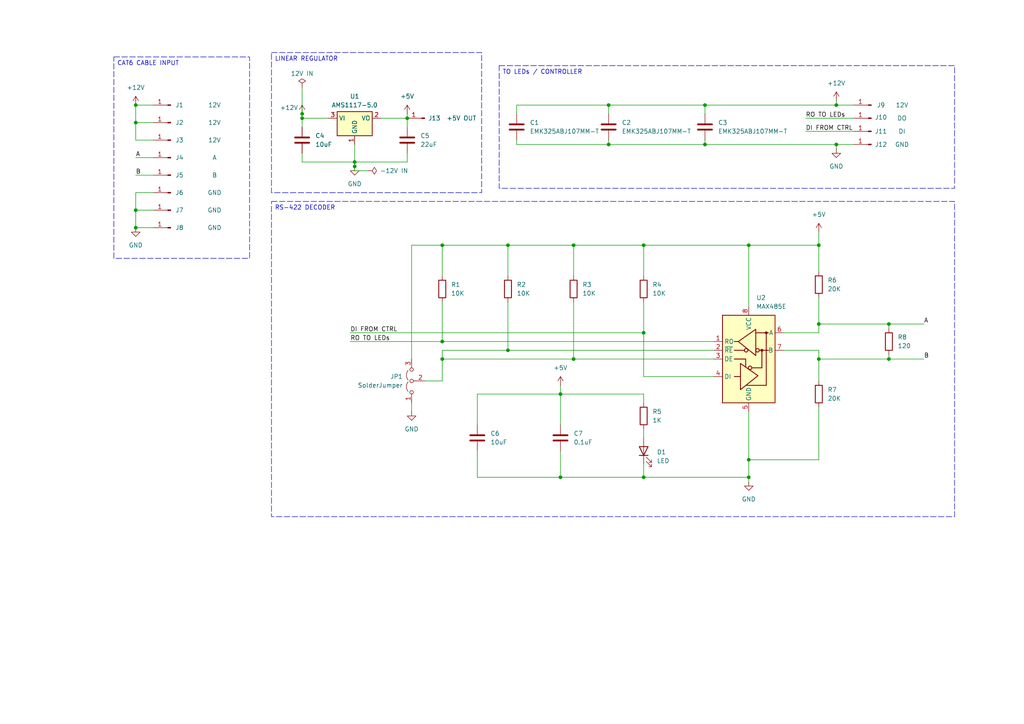
<source format=kicad_sch>
(kicad_sch
	(version 20231120)
	(generator "eeschema")
	(generator_version "8.0")
	(uuid "1e81ff6b-37ea-4e4b-ae67-fbea1153b6de")
	(paper "A4")
	(lib_symbols
		(symbol "Connector:Conn_01x01_Pin"
			(pin_names
				(offset 1.016) hide)
			(exclude_from_sim no)
			(in_bom yes)
			(on_board yes)
			(property "Reference" "J"
				(at 0 2.54 0)
				(effects
					(font
						(size 1.27 1.27)
					)
				)
			)
			(property "Value" "Conn_01x01_Pin"
				(at 0 -2.54 0)
				(effects
					(font
						(size 1.27 1.27)
					)
				)
			)
			(property "Footprint" ""
				(at 0 0 0)
				(effects
					(font
						(size 1.27 1.27)
					)
					(hide yes)
				)
			)
			(property "Datasheet" "~"
				(at 0 0 0)
				(effects
					(font
						(size 1.27 1.27)
					)
					(hide yes)
				)
			)
			(property "Description" "Generic connector, single row, 01x01, script generated"
				(at 0 0 0)
				(effects
					(font
						(size 1.27 1.27)
					)
					(hide yes)
				)
			)
			(property "ki_locked" ""
				(at 0 0 0)
				(effects
					(font
						(size 1.27 1.27)
					)
				)
			)
			(property "ki_keywords" "connector"
				(at 0 0 0)
				(effects
					(font
						(size 1.27 1.27)
					)
					(hide yes)
				)
			)
			(property "ki_fp_filters" "Connector*:*_1x??_*"
				(at 0 0 0)
				(effects
					(font
						(size 1.27 1.27)
					)
					(hide yes)
				)
			)
			(symbol "Conn_01x01_Pin_1_1"
				(polyline
					(pts
						(xy 1.27 0) (xy 0.8636 0)
					)
					(stroke
						(width 0.1524)
						(type default)
					)
					(fill
						(type none)
					)
				)
				(rectangle
					(start 0.8636 0.127)
					(end 0 -0.127)
					(stroke
						(width 0.1524)
						(type default)
					)
					(fill
						(type outline)
					)
				)
				(pin passive line
					(at 5.08 0 180)
					(length 3.81)
					(name "Pin_1"
						(effects
							(font
								(size 1.27 1.27)
							)
						)
					)
					(number "1"
						(effects
							(font
								(size 1.27 1.27)
							)
						)
					)
				)
			)
		)
		(symbol "Device:C"
			(pin_numbers hide)
			(pin_names
				(offset 0.254)
			)
			(exclude_from_sim no)
			(in_bom yes)
			(on_board yes)
			(property "Reference" "C"
				(at 0.635 2.54 0)
				(effects
					(font
						(size 1.27 1.27)
					)
					(justify left)
				)
			)
			(property "Value" "C"
				(at 0.635 -2.54 0)
				(effects
					(font
						(size 1.27 1.27)
					)
					(justify left)
				)
			)
			(property "Footprint" ""
				(at 0.9652 -3.81 0)
				(effects
					(font
						(size 1.27 1.27)
					)
					(hide yes)
				)
			)
			(property "Datasheet" "~"
				(at 0 0 0)
				(effects
					(font
						(size 1.27 1.27)
					)
					(hide yes)
				)
			)
			(property "Description" "Unpolarized capacitor"
				(at 0 0 0)
				(effects
					(font
						(size 1.27 1.27)
					)
					(hide yes)
				)
			)
			(property "ki_keywords" "cap capacitor"
				(at 0 0 0)
				(effects
					(font
						(size 1.27 1.27)
					)
					(hide yes)
				)
			)
			(property "ki_fp_filters" "C_*"
				(at 0 0 0)
				(effects
					(font
						(size 1.27 1.27)
					)
					(hide yes)
				)
			)
			(symbol "C_0_1"
				(polyline
					(pts
						(xy -2.032 -0.762) (xy 2.032 -0.762)
					)
					(stroke
						(width 0.508)
						(type default)
					)
					(fill
						(type none)
					)
				)
				(polyline
					(pts
						(xy -2.032 0.762) (xy 2.032 0.762)
					)
					(stroke
						(width 0.508)
						(type default)
					)
					(fill
						(type none)
					)
				)
			)
			(symbol "C_1_1"
				(pin passive line
					(at 0 3.81 270)
					(length 2.794)
					(name "~"
						(effects
							(font
								(size 1.27 1.27)
							)
						)
					)
					(number "1"
						(effects
							(font
								(size 1.27 1.27)
							)
						)
					)
				)
				(pin passive line
					(at 0 -3.81 90)
					(length 2.794)
					(name "~"
						(effects
							(font
								(size 1.27 1.27)
							)
						)
					)
					(number "2"
						(effects
							(font
								(size 1.27 1.27)
							)
						)
					)
				)
			)
		)
		(symbol "Device:LED"
			(pin_numbers hide)
			(pin_names
				(offset 1.016) hide)
			(exclude_from_sim no)
			(in_bom yes)
			(on_board yes)
			(property "Reference" "D"
				(at 0 2.54 0)
				(effects
					(font
						(size 1.27 1.27)
					)
				)
			)
			(property "Value" "LED"
				(at 0 -2.54 0)
				(effects
					(font
						(size 1.27 1.27)
					)
				)
			)
			(property "Footprint" ""
				(at 0 0 0)
				(effects
					(font
						(size 1.27 1.27)
					)
					(hide yes)
				)
			)
			(property "Datasheet" "~"
				(at 0 0 0)
				(effects
					(font
						(size 1.27 1.27)
					)
					(hide yes)
				)
			)
			(property "Description" "Light emitting diode"
				(at 0 0 0)
				(effects
					(font
						(size 1.27 1.27)
					)
					(hide yes)
				)
			)
			(property "ki_keywords" "LED diode"
				(at 0 0 0)
				(effects
					(font
						(size 1.27 1.27)
					)
					(hide yes)
				)
			)
			(property "ki_fp_filters" "LED* LED_SMD:* LED_THT:*"
				(at 0 0 0)
				(effects
					(font
						(size 1.27 1.27)
					)
					(hide yes)
				)
			)
			(symbol "LED_0_1"
				(polyline
					(pts
						(xy -1.27 -1.27) (xy -1.27 1.27)
					)
					(stroke
						(width 0.254)
						(type default)
					)
					(fill
						(type none)
					)
				)
				(polyline
					(pts
						(xy -1.27 0) (xy 1.27 0)
					)
					(stroke
						(width 0)
						(type default)
					)
					(fill
						(type none)
					)
				)
				(polyline
					(pts
						(xy 1.27 -1.27) (xy 1.27 1.27) (xy -1.27 0) (xy 1.27 -1.27)
					)
					(stroke
						(width 0.254)
						(type default)
					)
					(fill
						(type none)
					)
				)
				(polyline
					(pts
						(xy -3.048 -0.762) (xy -4.572 -2.286) (xy -3.81 -2.286) (xy -4.572 -2.286) (xy -4.572 -1.524)
					)
					(stroke
						(width 0)
						(type default)
					)
					(fill
						(type none)
					)
				)
				(polyline
					(pts
						(xy -1.778 -0.762) (xy -3.302 -2.286) (xy -2.54 -2.286) (xy -3.302 -2.286) (xy -3.302 -1.524)
					)
					(stroke
						(width 0)
						(type default)
					)
					(fill
						(type none)
					)
				)
			)
			(symbol "LED_1_1"
				(pin passive line
					(at -3.81 0 0)
					(length 2.54)
					(name "K"
						(effects
							(font
								(size 1.27 1.27)
							)
						)
					)
					(number "1"
						(effects
							(font
								(size 1.27 1.27)
							)
						)
					)
				)
				(pin passive line
					(at 3.81 0 180)
					(length 2.54)
					(name "A"
						(effects
							(font
								(size 1.27 1.27)
							)
						)
					)
					(number "2"
						(effects
							(font
								(size 1.27 1.27)
							)
						)
					)
				)
			)
		)
		(symbol "Device:R"
			(pin_numbers hide)
			(pin_names
				(offset 0)
			)
			(exclude_from_sim no)
			(in_bom yes)
			(on_board yes)
			(property "Reference" "R"
				(at 2.032 0 90)
				(effects
					(font
						(size 1.27 1.27)
					)
				)
			)
			(property "Value" "R"
				(at 0 0 90)
				(effects
					(font
						(size 1.27 1.27)
					)
				)
			)
			(property "Footprint" ""
				(at -1.778 0 90)
				(effects
					(font
						(size 1.27 1.27)
					)
					(hide yes)
				)
			)
			(property "Datasheet" "~"
				(at 0 0 0)
				(effects
					(font
						(size 1.27 1.27)
					)
					(hide yes)
				)
			)
			(property "Description" "Resistor"
				(at 0 0 0)
				(effects
					(font
						(size 1.27 1.27)
					)
					(hide yes)
				)
			)
			(property "ki_keywords" "R res resistor"
				(at 0 0 0)
				(effects
					(font
						(size 1.27 1.27)
					)
					(hide yes)
				)
			)
			(property "ki_fp_filters" "R_*"
				(at 0 0 0)
				(effects
					(font
						(size 1.27 1.27)
					)
					(hide yes)
				)
			)
			(symbol "R_0_1"
				(rectangle
					(start -1.016 -2.54)
					(end 1.016 2.54)
					(stroke
						(width 0.254)
						(type default)
					)
					(fill
						(type none)
					)
				)
			)
			(symbol "R_1_1"
				(pin passive line
					(at 0 3.81 270)
					(length 1.27)
					(name "~"
						(effects
							(font
								(size 1.27 1.27)
							)
						)
					)
					(number "1"
						(effects
							(font
								(size 1.27 1.27)
							)
						)
					)
				)
				(pin passive line
					(at 0 -3.81 90)
					(length 1.27)
					(name "~"
						(effects
							(font
								(size 1.27 1.27)
							)
						)
					)
					(number "2"
						(effects
							(font
								(size 1.27 1.27)
							)
						)
					)
				)
			)
		)
		(symbol "Interface_UART:MAX485E"
			(exclude_from_sim no)
			(in_bom yes)
			(on_board yes)
			(property "Reference" "U"
				(at -6.985 13.97 0)
				(effects
					(font
						(size 1.27 1.27)
					)
				)
			)
			(property "Value" "MAX485E"
				(at 1.905 13.97 0)
				(effects
					(font
						(size 1.27 1.27)
					)
					(justify left)
				)
			)
			(property "Footprint" "Package_SO:SOIC-8_3.9x4.9mm_P1.27mm"
				(at 0 -22.86 0)
				(effects
					(font
						(size 1.27 1.27)
					)
					(hide yes)
				)
			)
			(property "Datasheet" "https://datasheets.maximintegrated.com/en/ds/MAX1487E-MAX491E.pdf"
				(at 0 1.27 0)
				(effects
					(font
						(size 1.27 1.27)
					)
					(hide yes)
				)
			)
			(property "Description" "Half duplex RS-485/RS-422, 2.5 Mbps, ±15kV electro-static discharge (ESD) protection, no slew-rate, no low-power shutdown, with receiver/driver enable, 32 receiver drive capability, DIP-8 and SOIC-8"
				(at 0 0 0)
				(effects
					(font
						(size 1.27 1.27)
					)
					(hide yes)
				)
			)
			(property "ki_keywords" "transceiver"
				(at 0 0 0)
				(effects
					(font
						(size 1.27 1.27)
					)
					(hide yes)
				)
			)
			(property "ki_fp_filters" "DIP*W7.62mm* SOIC*3.9x4.9mm*P1.27mm*"
				(at 0 0 0)
				(effects
					(font
						(size 1.27 1.27)
					)
					(hide yes)
				)
			)
			(symbol "MAX485E_0_1"
				(rectangle
					(start -7.62 12.7)
					(end 7.62 -12.7)
					(stroke
						(width 0.254)
						(type default)
					)
					(fill
						(type background)
					)
				)
				(polyline
					(pts
						(xy -4.191 2.54) (xy -1.27 2.54)
					)
					(stroke
						(width 0.254)
						(type default)
					)
					(fill
						(type none)
					)
				)
				(polyline
					(pts
						(xy -2.54 -5.08) (xy -4.191 -5.08)
					)
					(stroke
						(width 0.254)
						(type default)
					)
					(fill
						(type none)
					)
				)
				(polyline
					(pts
						(xy -0.635 -7.62) (xy 5.08 -7.62)
					)
					(stroke
						(width 0.254)
						(type default)
					)
					(fill
						(type none)
					)
				)
				(polyline
					(pts
						(xy 0.889 -2.54) (xy 3.81 -2.54)
					)
					(stroke
						(width 0.254)
						(type default)
					)
					(fill
						(type none)
					)
				)
				(polyline
					(pts
						(xy 2.032 7.62) (xy 5.715 7.62)
					)
					(stroke
						(width 0.254)
						(type default)
					)
					(fill
						(type none)
					)
				)
				(polyline
					(pts
						(xy 3.048 2.54) (xy 5.715 2.54)
					)
					(stroke
						(width 0.254)
						(type default)
					)
					(fill
						(type none)
					)
				)
				(polyline
					(pts
						(xy 3.81 -2.54) (xy 3.81 2.54)
					)
					(stroke
						(width 0.254)
						(type default)
					)
					(fill
						(type none)
					)
				)
				(polyline
					(pts
						(xy 5.08 -7.62) (xy 5.08 7.62)
					)
					(stroke
						(width 0.254)
						(type default)
					)
					(fill
						(type none)
					)
				)
				(polyline
					(pts
						(xy -4.191 0) (xy -0.889 0) (xy -0.889 -2.286)
					)
					(stroke
						(width 0.254)
						(type default)
					)
					(fill
						(type none)
					)
				)
				(polyline
					(pts
						(xy -3.175 5.08) (xy -4.191 5.08) (xy -4.064 5.08)
					)
					(stroke
						(width 0.254)
						(type default)
					)
					(fill
						(type none)
					)
				)
				(polyline
					(pts
						(xy -2.413 -5.08) (xy -2.413 -1.27) (xy 2.667 -4.826) (xy -2.413 -8.89) (xy -2.413 -5.08)
					)
					(stroke
						(width 0.254)
						(type default)
					)
					(fill
						(type none)
					)
				)
				(circle
					(center 0.381 -2.54)
					(radius 0.508)
					(stroke
						(width 0.254)
						(type default)
					)
					(fill
						(type none)
					)
				)
				(circle
					(center 3.81 2.54)
					(radius 0.2794)
					(stroke
						(width 0.254)
						(type default)
					)
					(fill
						(type outline)
					)
				)
			)
			(symbol "MAX485E_1_1"
				(circle
					(center -0.762 2.54)
					(radius 0.508)
					(stroke
						(width 0.254)
						(type default)
					)
					(fill
						(type none)
					)
				)
				(polyline
					(pts
						(xy 2.032 4.826) (xy 2.032 8.636) (xy -3.048 5.08) (xy 2.032 1.016) (xy 2.032 4.826)
					)
					(stroke
						(width 0.254)
						(type default)
					)
					(fill
						(type none)
					)
				)
				(circle
					(center 2.54 2.54)
					(radius 0.508)
					(stroke
						(width 0.254)
						(type default)
					)
					(fill
						(type none)
					)
				)
				(circle
					(center 5.08 7.62)
					(radius 0.2794)
					(stroke
						(width 0.254)
						(type default)
					)
					(fill
						(type outline)
					)
				)
				(pin output line
					(at -10.16 5.08 0)
					(length 2.54)
					(name "RO"
						(effects
							(font
								(size 1.27 1.27)
							)
						)
					)
					(number "1"
						(effects
							(font
								(size 1.27 1.27)
							)
						)
					)
				)
				(pin input line
					(at -10.16 2.54 0)
					(length 2.54)
					(name "~{RE}"
						(effects
							(font
								(size 1.27 1.27)
							)
						)
					)
					(number "2"
						(effects
							(font
								(size 1.27 1.27)
							)
						)
					)
				)
				(pin input line
					(at -10.16 0 0)
					(length 2.54)
					(name "DE"
						(effects
							(font
								(size 1.27 1.27)
							)
						)
					)
					(number "3"
						(effects
							(font
								(size 1.27 1.27)
							)
						)
					)
				)
				(pin input line
					(at -10.16 -5.08 0)
					(length 2.54)
					(name "DI"
						(effects
							(font
								(size 1.27 1.27)
							)
						)
					)
					(number "4"
						(effects
							(font
								(size 1.27 1.27)
							)
						)
					)
				)
				(pin power_in line
					(at 0 -15.24 90)
					(length 2.54)
					(name "GND"
						(effects
							(font
								(size 1.27 1.27)
							)
						)
					)
					(number "5"
						(effects
							(font
								(size 1.27 1.27)
							)
						)
					)
				)
				(pin bidirectional line
					(at 10.16 7.62 180)
					(length 2.54)
					(name "A"
						(effects
							(font
								(size 1.27 1.27)
							)
						)
					)
					(number "6"
						(effects
							(font
								(size 1.27 1.27)
							)
						)
					)
				)
				(pin bidirectional line
					(at 10.16 2.54 180)
					(length 2.54)
					(name "B"
						(effects
							(font
								(size 1.27 1.27)
							)
						)
					)
					(number "7"
						(effects
							(font
								(size 1.27 1.27)
							)
						)
					)
				)
				(pin power_in line
					(at 0 15.24 270)
					(length 2.54)
					(name "VCC"
						(effects
							(font
								(size 1.27 1.27)
							)
						)
					)
					(number "8"
						(effects
							(font
								(size 1.27 1.27)
							)
						)
					)
				)
			)
		)
		(symbol "Jumper:Jumper_3_Open"
			(pin_names
				(offset 0) hide)
			(exclude_from_sim yes)
			(in_bom no)
			(on_board yes)
			(property "Reference" "JP"
				(at -2.54 -2.54 0)
				(effects
					(font
						(size 1.27 1.27)
					)
				)
			)
			(property "Value" "Jumper_3_Open"
				(at 0 2.794 0)
				(effects
					(font
						(size 1.27 1.27)
					)
				)
			)
			(property "Footprint" ""
				(at 0 0 0)
				(effects
					(font
						(size 1.27 1.27)
					)
					(hide yes)
				)
			)
			(property "Datasheet" "~"
				(at 0 0 0)
				(effects
					(font
						(size 1.27 1.27)
					)
					(hide yes)
				)
			)
			(property "Description" "Jumper, 3-pole, both open"
				(at 0 0 0)
				(effects
					(font
						(size 1.27 1.27)
					)
					(hide yes)
				)
			)
			(property "ki_keywords" "Jumper SPDT"
				(at 0 0 0)
				(effects
					(font
						(size 1.27 1.27)
					)
					(hide yes)
				)
			)
			(property "ki_fp_filters" "Jumper* TestPoint*3Pads* TestPoint*Bridge*"
				(at 0 0 0)
				(effects
					(font
						(size 1.27 1.27)
					)
					(hide yes)
				)
			)
			(symbol "Jumper_3_Open_0_0"
				(circle
					(center -3.302 0)
					(radius 0.508)
					(stroke
						(width 0)
						(type default)
					)
					(fill
						(type none)
					)
				)
				(circle
					(center 0 0)
					(radius 0.508)
					(stroke
						(width 0)
						(type default)
					)
					(fill
						(type none)
					)
				)
				(circle
					(center 3.302 0)
					(radius 0.508)
					(stroke
						(width 0)
						(type default)
					)
					(fill
						(type none)
					)
				)
			)
			(symbol "Jumper_3_Open_0_1"
				(arc
					(start -0.254 1.016)
					(mid -1.651 1.4992)
					(end -3.048 1.016)
					(stroke
						(width 0)
						(type default)
					)
					(fill
						(type none)
					)
				)
				(polyline
					(pts
						(xy 0 -0.508) (xy 0 -1.27)
					)
					(stroke
						(width 0)
						(type default)
					)
					(fill
						(type none)
					)
				)
				(arc
					(start 3.048 1.016)
					(mid 1.651 1.4992)
					(end 0.254 1.016)
					(stroke
						(width 0)
						(type default)
					)
					(fill
						(type none)
					)
				)
			)
			(symbol "Jumper_3_Open_1_1"
				(pin passive line
					(at -6.35 0 0)
					(length 2.54)
					(name "A"
						(effects
							(font
								(size 1.27 1.27)
							)
						)
					)
					(number "1"
						(effects
							(font
								(size 1.27 1.27)
							)
						)
					)
				)
				(pin passive line
					(at 0 -3.81 90)
					(length 2.54)
					(name "C"
						(effects
							(font
								(size 1.27 1.27)
							)
						)
					)
					(number "2"
						(effects
							(font
								(size 1.27 1.27)
							)
						)
					)
				)
				(pin passive line
					(at 6.35 0 180)
					(length 2.54)
					(name "B"
						(effects
							(font
								(size 1.27 1.27)
							)
						)
					)
					(number "3"
						(effects
							(font
								(size 1.27 1.27)
							)
						)
					)
				)
			)
		)
		(symbol "Regulator_Linear:AMS1117-5.0"
			(exclude_from_sim no)
			(in_bom yes)
			(on_board yes)
			(property "Reference" "U"
				(at -3.81 3.175 0)
				(effects
					(font
						(size 1.27 1.27)
					)
				)
			)
			(property "Value" "AMS1117-5.0"
				(at 0 3.175 0)
				(effects
					(font
						(size 1.27 1.27)
					)
					(justify left)
				)
			)
			(property "Footprint" "Package_TO_SOT_SMD:SOT-223-3_TabPin2"
				(at 0 5.08 0)
				(effects
					(font
						(size 1.27 1.27)
					)
					(hide yes)
				)
			)
			(property "Datasheet" "http://www.advanced-monolithic.com/pdf/ds1117.pdf"
				(at 2.54 -6.35 0)
				(effects
					(font
						(size 1.27 1.27)
					)
					(hide yes)
				)
			)
			(property "Description" "1A Low Dropout regulator, positive, 5.0V fixed output, SOT-223"
				(at 0 0 0)
				(effects
					(font
						(size 1.27 1.27)
					)
					(hide yes)
				)
			)
			(property "ki_keywords" "linear regulator ldo fixed positive"
				(at 0 0 0)
				(effects
					(font
						(size 1.27 1.27)
					)
					(hide yes)
				)
			)
			(property "ki_fp_filters" "SOT?223*TabPin2*"
				(at 0 0 0)
				(effects
					(font
						(size 1.27 1.27)
					)
					(hide yes)
				)
			)
			(symbol "AMS1117-5.0_0_1"
				(rectangle
					(start -5.08 -5.08)
					(end 5.08 1.905)
					(stroke
						(width 0.254)
						(type default)
					)
					(fill
						(type background)
					)
				)
			)
			(symbol "AMS1117-5.0_1_1"
				(pin power_in line
					(at 0 -7.62 90)
					(length 2.54)
					(name "GND"
						(effects
							(font
								(size 1.27 1.27)
							)
						)
					)
					(number "1"
						(effects
							(font
								(size 1.27 1.27)
							)
						)
					)
				)
				(pin power_out line
					(at 7.62 0 180)
					(length 2.54)
					(name "VO"
						(effects
							(font
								(size 1.27 1.27)
							)
						)
					)
					(number "2"
						(effects
							(font
								(size 1.27 1.27)
							)
						)
					)
				)
				(pin power_in line
					(at -7.62 0 0)
					(length 2.54)
					(name "VI"
						(effects
							(font
								(size 1.27 1.27)
							)
						)
					)
					(number "3"
						(effects
							(font
								(size 1.27 1.27)
							)
						)
					)
				)
			)
		)
		(symbol "power:+12V"
			(power)
			(pin_numbers hide)
			(pin_names
				(offset 0) hide)
			(exclude_from_sim no)
			(in_bom yes)
			(on_board yes)
			(property "Reference" "#PWR"
				(at 0 -3.81 0)
				(effects
					(font
						(size 1.27 1.27)
					)
					(hide yes)
				)
			)
			(property "Value" "+12V"
				(at 0 3.556 0)
				(effects
					(font
						(size 1.27 1.27)
					)
				)
			)
			(property "Footprint" ""
				(at 0 0 0)
				(effects
					(font
						(size 1.27 1.27)
					)
					(hide yes)
				)
			)
			(property "Datasheet" ""
				(at 0 0 0)
				(effects
					(font
						(size 1.27 1.27)
					)
					(hide yes)
				)
			)
			(property "Description" "Power symbol creates a global label with name \"+12V\""
				(at 0 0 0)
				(effects
					(font
						(size 1.27 1.27)
					)
					(hide yes)
				)
			)
			(property "ki_keywords" "global power"
				(at 0 0 0)
				(effects
					(font
						(size 1.27 1.27)
					)
					(hide yes)
				)
			)
			(symbol "+12V_0_1"
				(polyline
					(pts
						(xy -0.762 1.27) (xy 0 2.54)
					)
					(stroke
						(width 0)
						(type default)
					)
					(fill
						(type none)
					)
				)
				(polyline
					(pts
						(xy 0 0) (xy 0 2.54)
					)
					(stroke
						(width 0)
						(type default)
					)
					(fill
						(type none)
					)
				)
				(polyline
					(pts
						(xy 0 2.54) (xy 0.762 1.27)
					)
					(stroke
						(width 0)
						(type default)
					)
					(fill
						(type none)
					)
				)
			)
			(symbol "+12V_1_1"
				(pin power_in line
					(at 0 0 90)
					(length 0)
					(name "~"
						(effects
							(font
								(size 1.27 1.27)
							)
						)
					)
					(number "1"
						(effects
							(font
								(size 1.27 1.27)
							)
						)
					)
				)
			)
		)
		(symbol "power:+5V"
			(power)
			(pin_numbers hide)
			(pin_names
				(offset 0) hide)
			(exclude_from_sim no)
			(in_bom yes)
			(on_board yes)
			(property "Reference" "#PWR"
				(at 0 -3.81 0)
				(effects
					(font
						(size 1.27 1.27)
					)
					(hide yes)
				)
			)
			(property "Value" "+5V"
				(at 0 3.556 0)
				(effects
					(font
						(size 1.27 1.27)
					)
				)
			)
			(property "Footprint" ""
				(at 0 0 0)
				(effects
					(font
						(size 1.27 1.27)
					)
					(hide yes)
				)
			)
			(property "Datasheet" ""
				(at 0 0 0)
				(effects
					(font
						(size 1.27 1.27)
					)
					(hide yes)
				)
			)
			(property "Description" "Power symbol creates a global label with name \"+5V\""
				(at 0 0 0)
				(effects
					(font
						(size 1.27 1.27)
					)
					(hide yes)
				)
			)
			(property "ki_keywords" "global power"
				(at 0 0 0)
				(effects
					(font
						(size 1.27 1.27)
					)
					(hide yes)
				)
			)
			(symbol "+5V_0_1"
				(polyline
					(pts
						(xy -0.762 1.27) (xy 0 2.54)
					)
					(stroke
						(width 0)
						(type default)
					)
					(fill
						(type none)
					)
				)
				(polyline
					(pts
						(xy 0 0) (xy 0 2.54)
					)
					(stroke
						(width 0)
						(type default)
					)
					(fill
						(type none)
					)
				)
				(polyline
					(pts
						(xy 0 2.54) (xy 0.762 1.27)
					)
					(stroke
						(width 0)
						(type default)
					)
					(fill
						(type none)
					)
				)
			)
			(symbol "+5V_1_1"
				(pin power_in line
					(at 0 0 90)
					(length 0)
					(name "~"
						(effects
							(font
								(size 1.27 1.27)
							)
						)
					)
					(number "1"
						(effects
							(font
								(size 1.27 1.27)
							)
						)
					)
				)
			)
		)
		(symbol "power:GND"
			(power)
			(pin_numbers hide)
			(pin_names
				(offset 0) hide)
			(exclude_from_sim no)
			(in_bom yes)
			(on_board yes)
			(property "Reference" "#PWR"
				(at 0 -6.35 0)
				(effects
					(font
						(size 1.27 1.27)
					)
					(hide yes)
				)
			)
			(property "Value" "GND"
				(at 0 -3.81 0)
				(effects
					(font
						(size 1.27 1.27)
					)
				)
			)
			(property "Footprint" ""
				(at 0 0 0)
				(effects
					(font
						(size 1.27 1.27)
					)
					(hide yes)
				)
			)
			(property "Datasheet" ""
				(at 0 0 0)
				(effects
					(font
						(size 1.27 1.27)
					)
					(hide yes)
				)
			)
			(property "Description" "Power symbol creates a global label with name \"GND\" , ground"
				(at 0 0 0)
				(effects
					(font
						(size 1.27 1.27)
					)
					(hide yes)
				)
			)
			(property "ki_keywords" "global power"
				(at 0 0 0)
				(effects
					(font
						(size 1.27 1.27)
					)
					(hide yes)
				)
			)
			(symbol "GND_0_1"
				(polyline
					(pts
						(xy 0 0) (xy 0 -1.27) (xy 1.27 -1.27) (xy 0 -2.54) (xy -1.27 -1.27) (xy 0 -1.27)
					)
					(stroke
						(width 0)
						(type default)
					)
					(fill
						(type none)
					)
				)
			)
			(symbol "GND_1_1"
				(pin power_in line
					(at 0 0 270)
					(length 0)
					(name "~"
						(effects
							(font
								(size 1.27 1.27)
							)
						)
					)
					(number "1"
						(effects
							(font
								(size 1.27 1.27)
							)
						)
					)
				)
			)
		)
		(symbol "power:PWR_FLAG"
			(power)
			(pin_numbers hide)
			(pin_names
				(offset 0) hide)
			(exclude_from_sim no)
			(in_bom yes)
			(on_board yes)
			(property "Reference" "#FLG"
				(at 0 1.905 0)
				(effects
					(font
						(size 1.27 1.27)
					)
					(hide yes)
				)
			)
			(property "Value" "PWR_FLAG"
				(at 0 3.81 0)
				(effects
					(font
						(size 1.27 1.27)
					)
				)
			)
			(property "Footprint" ""
				(at 0 0 0)
				(effects
					(font
						(size 1.27 1.27)
					)
					(hide yes)
				)
			)
			(property "Datasheet" "~"
				(at 0 0 0)
				(effects
					(font
						(size 1.27 1.27)
					)
					(hide yes)
				)
			)
			(property "Description" "Special symbol for telling ERC where power comes from"
				(at 0 0 0)
				(effects
					(font
						(size 1.27 1.27)
					)
					(hide yes)
				)
			)
			(property "ki_keywords" "flag power"
				(at 0 0 0)
				(effects
					(font
						(size 1.27 1.27)
					)
					(hide yes)
				)
			)
			(symbol "PWR_FLAG_0_0"
				(pin power_out line
					(at 0 0 90)
					(length 0)
					(name "~"
						(effects
							(font
								(size 1.27 1.27)
							)
						)
					)
					(number "1"
						(effects
							(font
								(size 1.27 1.27)
							)
						)
					)
				)
			)
			(symbol "PWR_FLAG_0_1"
				(polyline
					(pts
						(xy 0 0) (xy 0 1.27) (xy -1.016 1.905) (xy 0 2.54) (xy 1.016 1.905) (xy 0 1.27)
					)
					(stroke
						(width 0)
						(type default)
					)
					(fill
						(type none)
					)
				)
			)
		)
	)
	(junction
		(at 128.27 104.14)
		(diameter 0)
		(color 0 0 0 0)
		(uuid "02643f98-bf61-4ced-b3a1-328d44bc5b3d")
	)
	(junction
		(at 257.81 93.98)
		(diameter 0)
		(color 0 0 0 0)
		(uuid "0de5de81-287b-4b05-b410-1095044980aa")
	)
	(junction
		(at 176.53 30.48)
		(diameter 0)
		(color 0 0 0 0)
		(uuid "2408e4b5-ead9-4102-91be-5ed0d3cbe78c")
	)
	(junction
		(at 39.37 60.96)
		(diameter 0)
		(color 0 0 0 0)
		(uuid "263fac51-54dd-418e-84cc-379efdd66396")
	)
	(junction
		(at 237.49 104.14)
		(diameter 0)
		(color 0 0 0 0)
		(uuid "331f25c5-9d80-4c1c-b3de-1dadfd0d7ba4")
	)
	(junction
		(at 186.69 71.12)
		(diameter 0)
		(color 0 0 0 0)
		(uuid "34264af9-b3af-4c72-93f9-03c0bed94844")
	)
	(junction
		(at 166.37 104.14)
		(diameter 0)
		(color 0 0 0 0)
		(uuid "39b05239-5662-4267-986a-ec53d9932889")
	)
	(junction
		(at 147.32 101.6)
		(diameter 0)
		(color 0 0 0 0)
		(uuid "3c7cfb1c-eda3-4f02-ba69-97d4bdcad0e9")
	)
	(junction
		(at 186.69 138.43)
		(diameter 0)
		(color 0 0 0 0)
		(uuid "3fc16dc9-8076-42df-ba1f-61ed26b68268")
	)
	(junction
		(at 87.63 33.02)
		(diameter 0)
		(color 0 0 0 0)
		(uuid "41b2a6bf-b6bd-4bd9-ab79-5ab4c446ac18")
	)
	(junction
		(at 204.47 30.48)
		(diameter 0)
		(color 0 0 0 0)
		(uuid "438534ff-f2d9-45b8-aafb-69b8bd3681be")
	)
	(junction
		(at 39.37 66.04)
		(diameter 0)
		(color 0 0 0 0)
		(uuid "4cd07ec3-947c-402f-9643-a7799bd67010")
	)
	(junction
		(at 204.47 41.91)
		(diameter 0)
		(color 0 0 0 0)
		(uuid "5433dd2d-90fd-4389-9824-84b6830b5f13")
	)
	(junction
		(at 102.87 48.26)
		(diameter 0)
		(color 0 0 0 0)
		(uuid "648d9d89-824f-4853-81c9-a3270a1f568e")
	)
	(junction
		(at 237.49 93.98)
		(diameter 0)
		(color 0 0 0 0)
		(uuid "65adda1b-31f7-4fb3-8a3d-1278a7245bae")
	)
	(junction
		(at 217.17 138.43)
		(diameter 0)
		(color 0 0 0 0)
		(uuid "69257137-dfda-460e-9a34-071b5878036e")
	)
	(junction
		(at 128.27 71.12)
		(diameter 0)
		(color 0 0 0 0)
		(uuid "86cbabf6-4d7e-4d73-b686-d19059b123e1")
	)
	(junction
		(at 128.27 99.06)
		(diameter 0)
		(color 0 0 0 0)
		(uuid "9336a351-e710-490d-9aca-09656569315b")
	)
	(junction
		(at 217.17 133.35)
		(diameter 0)
		(color 0 0 0 0)
		(uuid "9843ed2e-87c5-4ccd-a3c7-5b7998bd9d81")
	)
	(junction
		(at 39.37 35.56)
		(diameter 0)
		(color 0 0 0 0)
		(uuid "98e4c98e-e8b3-488e-878b-e8c908bbe55d")
	)
	(junction
		(at 257.81 104.14)
		(diameter 0)
		(color 0 0 0 0)
		(uuid "a0507ea1-5801-4736-94c8-f171f37f80f1")
	)
	(junction
		(at 162.56 138.43)
		(diameter 0)
		(color 0 0 0 0)
		(uuid "a3f5ab5d-3baa-4244-b8f9-3e58a92b86ef")
	)
	(junction
		(at 87.63 34.29)
		(diameter 0)
		(color 0 0 0 0)
		(uuid "a5c23f5d-d955-4fda-9455-ff217092b86e")
	)
	(junction
		(at 217.17 71.12)
		(diameter 0)
		(color 0 0 0 0)
		(uuid "adcad1a2-6745-4d37-b142-b3eb72dfb67e")
	)
	(junction
		(at 166.37 71.12)
		(diameter 0)
		(color 0 0 0 0)
		(uuid "cb3ebb12-432f-4ea2-bc05-0d754ef2ca68")
	)
	(junction
		(at 176.53 41.91)
		(diameter 0)
		(color 0 0 0 0)
		(uuid "cc63551c-5673-4ed3-845f-727932af7af8")
	)
	(junction
		(at 102.87 46.99)
		(diameter 0)
		(color 0 0 0 0)
		(uuid "cd372938-76e2-4d78-a195-5fbff4c6b2b9")
	)
	(junction
		(at 147.32 71.12)
		(diameter 0)
		(color 0 0 0 0)
		(uuid "d2cb53a7-5365-46e6-bb2b-1f591e2a866e")
	)
	(junction
		(at 39.37 30.48)
		(diameter 0)
		(color 0 0 0 0)
		(uuid "d7cda900-27c2-43bb-b2c1-6cd9fe753261")
	)
	(junction
		(at 237.49 71.12)
		(diameter 0)
		(color 0 0 0 0)
		(uuid "db5904c1-d4ef-4d15-a596-2c11a059e905")
	)
	(junction
		(at 162.56 114.3)
		(diameter 0)
		(color 0 0 0 0)
		(uuid "dbfc7cbf-6ec9-4ba2-84f0-f439f80311c2")
	)
	(junction
		(at 186.69 96.52)
		(diameter 0)
		(color 0 0 0 0)
		(uuid "fa09dbfc-9fe5-4aab-9ffa-9190ba48fcf4")
	)
	(junction
		(at 242.57 41.91)
		(diameter 0)
		(color 0 0 0 0)
		(uuid "fbdd9178-30e7-46ef-883d-3fbdd6e4c29a")
	)
	(junction
		(at 242.57 30.48)
		(diameter 0)
		(color 0 0 0 0)
		(uuid "fcb1b4a6-914d-434c-b2d5-ad0ad4719288")
	)
	(junction
		(at 118.11 34.29)
		(diameter 0)
		(color 0 0 0 0)
		(uuid "ffd13e86-c984-4602-89f0-3022aab19296")
	)
	(wire
		(pts
			(xy 128.27 101.6) (xy 147.32 101.6)
		)
		(stroke
			(width 0)
			(type default)
		)
		(uuid "002e6341-b216-4f7f-ba32-7118d1e9841c")
	)
	(wire
		(pts
			(xy 237.49 118.11) (xy 237.49 133.35)
		)
		(stroke
			(width 0)
			(type default)
		)
		(uuid "003c9a42-7313-43dc-a465-98a270d72bd3")
	)
	(wire
		(pts
			(xy 128.27 71.12) (xy 128.27 80.01)
		)
		(stroke
			(width 0)
			(type default)
		)
		(uuid "0059324e-a48d-4826-92ad-237e331d1bf3")
	)
	(wire
		(pts
			(xy 237.49 104.14) (xy 237.49 110.49)
		)
		(stroke
			(width 0)
			(type default)
		)
		(uuid "014d985e-bdcb-416d-9130-dd1d1f37f966")
	)
	(wire
		(pts
			(xy 101.6 96.52) (xy 186.69 96.52)
		)
		(stroke
			(width 0)
			(type default)
		)
		(uuid "031e11c9-4cf8-4455-8f30-2203b41385e6")
	)
	(wire
		(pts
			(xy 102.87 46.99) (xy 87.63 46.99)
		)
		(stroke
			(width 0)
			(type default)
		)
		(uuid "034ba03b-2ab8-4edc-bc04-aba17130d126")
	)
	(wire
		(pts
			(xy 147.32 71.12) (xy 166.37 71.12)
		)
		(stroke
			(width 0)
			(type default)
		)
		(uuid "070d1011-dbef-4185-9790-be03092ccdcd")
	)
	(wire
		(pts
			(xy 237.49 104.14) (xy 257.81 104.14)
		)
		(stroke
			(width 0)
			(type default)
		)
		(uuid "08d098d2-5138-4003-910f-bfe1b907fa59")
	)
	(wire
		(pts
			(xy 87.63 34.29) (xy 95.25 34.29)
		)
		(stroke
			(width 0)
			(type default)
		)
		(uuid "0c28c747-15bf-4e15-8826-23710e1ceb19")
	)
	(wire
		(pts
			(xy 128.27 87.63) (xy 128.27 99.06)
		)
		(stroke
			(width 0)
			(type default)
		)
		(uuid "12a1a972-1881-406b-ac09-389d1f3049e4")
	)
	(wire
		(pts
			(xy 233.68 34.29) (xy 247.65 34.29)
		)
		(stroke
			(width 0)
			(type default)
		)
		(uuid "14e0a775-b45a-4a1f-95b3-348470f06cb8")
	)
	(wire
		(pts
			(xy 39.37 35.56) (xy 44.45 35.56)
		)
		(stroke
			(width 0)
			(type default)
		)
		(uuid "17bfd97d-2c68-4fc6-a9c9-69f2d73e62c6")
	)
	(wire
		(pts
			(xy 204.47 30.48) (xy 242.57 30.48)
		)
		(stroke
			(width 0)
			(type default)
		)
		(uuid "18456bd3-56a9-485c-80f7-bdde188ab62d")
	)
	(wire
		(pts
			(xy 217.17 119.38) (xy 217.17 133.35)
		)
		(stroke
			(width 0)
			(type default)
		)
		(uuid "184ebf47-8b8f-4a04-93f8-f701bc5e5371")
	)
	(wire
		(pts
			(xy 217.17 88.9) (xy 217.17 71.12)
		)
		(stroke
			(width 0)
			(type default)
		)
		(uuid "1a1874fd-c1e6-446c-aa5a-b72c6e64abff")
	)
	(wire
		(pts
			(xy 162.56 114.3) (xy 162.56 123.19)
		)
		(stroke
			(width 0)
			(type default)
		)
		(uuid "1f55f747-60b0-41b1-8d38-01ff95cdff4a")
	)
	(wire
		(pts
			(xy 87.63 33.02) (xy 87.63 34.29)
		)
		(stroke
			(width 0)
			(type default)
		)
		(uuid "1fc0da1c-3f73-435a-b96a-182140a5c39b")
	)
	(wire
		(pts
			(xy 176.53 41.91) (xy 204.47 41.91)
		)
		(stroke
			(width 0)
			(type default)
		)
		(uuid "228457e9-ce8f-475d-a831-9adbd73bac78")
	)
	(wire
		(pts
			(xy 106.68 49.53) (xy 102.87 49.53)
		)
		(stroke
			(width 0)
			(type default)
		)
		(uuid "26decfe2-3908-415b-8c4a-4a626e540b99")
	)
	(wire
		(pts
			(xy 186.69 71.12) (xy 186.69 80.01)
		)
		(stroke
			(width 0)
			(type default)
		)
		(uuid "279c2f3c-7007-4729-9a96-76ecd8b2c01b")
	)
	(wire
		(pts
			(xy 217.17 139.7) (xy 217.17 138.43)
		)
		(stroke
			(width 0)
			(type default)
		)
		(uuid "285ef7f5-9b42-40f7-9bc1-79c5b8ab35cd")
	)
	(wire
		(pts
			(xy 227.33 96.52) (xy 237.49 96.52)
		)
		(stroke
			(width 0)
			(type default)
		)
		(uuid "28e32279-1d4e-4d2d-b19d-43cd928cd88b")
	)
	(wire
		(pts
			(xy 186.69 87.63) (xy 186.69 96.52)
		)
		(stroke
			(width 0)
			(type default)
		)
		(uuid "2a69947a-1ee5-4cfe-b2e4-5152d326fca7")
	)
	(wire
		(pts
			(xy 217.17 71.12) (xy 237.49 71.12)
		)
		(stroke
			(width 0)
			(type default)
		)
		(uuid "2c8293d2-8ec7-41fc-bb56-f57483a17aa7")
	)
	(wire
		(pts
			(xy 242.57 41.91) (xy 242.57 43.18)
		)
		(stroke
			(width 0)
			(type default)
		)
		(uuid "2e54838b-b926-49dc-a8f3-209491c57f34")
	)
	(wire
		(pts
			(xy 138.43 138.43) (xy 138.43 130.81)
		)
		(stroke
			(width 0)
			(type default)
		)
		(uuid "30696e32-446b-478e-b621-f728ee21a0c6")
	)
	(wire
		(pts
			(xy 128.27 71.12) (xy 147.32 71.12)
		)
		(stroke
			(width 0)
			(type default)
		)
		(uuid "359d4101-5bbf-48d2-bd37-8d4665188c4b")
	)
	(wire
		(pts
			(xy 87.63 36.83) (xy 87.63 34.29)
		)
		(stroke
			(width 0)
			(type default)
		)
		(uuid "35db8ab4-6f73-498f-9b55-75fe3ecdd775")
	)
	(wire
		(pts
			(xy 257.81 104.14) (xy 257.81 102.87)
		)
		(stroke
			(width 0)
			(type default)
		)
		(uuid "394866bc-0add-472e-8b1a-ca53aed7740f")
	)
	(wire
		(pts
			(xy 237.49 101.6) (xy 237.49 104.14)
		)
		(stroke
			(width 0)
			(type default)
		)
		(uuid "3b0be067-2397-424e-8c50-04bc0e6b6b42")
	)
	(wire
		(pts
			(xy 242.57 41.91) (xy 247.65 41.91)
		)
		(stroke
			(width 0)
			(type default)
		)
		(uuid "3dcda63e-dadf-49ab-bfa0-7b1994205692")
	)
	(wire
		(pts
			(xy 119.38 71.12) (xy 119.38 105.41)
		)
		(stroke
			(width 0)
			(type default)
		)
		(uuid "3ec01865-6ab2-4c6e-8eed-dec3401a8efc")
	)
	(wire
		(pts
			(xy 39.37 55.88) (xy 39.37 60.96)
		)
		(stroke
			(width 0)
			(type default)
		)
		(uuid "402ec6a5-fbfc-4c50-bc58-845456cd60ea")
	)
	(wire
		(pts
			(xy 166.37 71.12) (xy 186.69 71.12)
		)
		(stroke
			(width 0)
			(type default)
		)
		(uuid "47dc075a-aed3-4f82-98df-24c851941ac3")
	)
	(wire
		(pts
			(xy 39.37 66.04) (xy 44.45 66.04)
		)
		(stroke
			(width 0)
			(type default)
		)
		(uuid "49a99690-bca8-4287-accd-e8ff2f142603")
	)
	(wire
		(pts
			(xy 149.86 41.91) (xy 176.53 41.91)
		)
		(stroke
			(width 0)
			(type default)
		)
		(uuid "50b0866e-79b4-471e-b48d-7f11c0a27a13")
	)
	(wire
		(pts
			(xy 128.27 110.49) (xy 123.19 110.49)
		)
		(stroke
			(width 0)
			(type default)
		)
		(uuid "52bb6809-1fe6-43da-b35e-64d0286156b3")
	)
	(wire
		(pts
			(xy 162.56 130.81) (xy 162.56 138.43)
		)
		(stroke
			(width 0)
			(type default)
		)
		(uuid "608e6b7f-3b66-4575-98ee-6e3b224f57ef")
	)
	(wire
		(pts
			(xy 138.43 114.3) (xy 162.56 114.3)
		)
		(stroke
			(width 0)
			(type default)
		)
		(uuid "60fea963-3220-4443-90b1-2bc2eef71311")
	)
	(wire
		(pts
			(xy 147.32 101.6) (xy 207.01 101.6)
		)
		(stroke
			(width 0)
			(type default)
		)
		(uuid "6748b9ff-f87f-433f-ba9f-2d14982cc50b")
	)
	(wire
		(pts
			(xy 149.86 41.91) (xy 149.86 40.64)
		)
		(stroke
			(width 0)
			(type default)
		)
		(uuid "69554a1f-5658-4034-bc7d-60995f41f179")
	)
	(wire
		(pts
			(xy 233.68 38.1) (xy 247.65 38.1)
		)
		(stroke
			(width 0)
			(type default)
		)
		(uuid "6fa919a7-1d13-4413-8ac9-7c98f930f67e")
	)
	(wire
		(pts
			(xy 39.37 45.72) (xy 44.45 45.72)
		)
		(stroke
			(width 0)
			(type default)
		)
		(uuid "70c9f9be-9462-4bcf-b25b-03ea55c3c0ee")
	)
	(wire
		(pts
			(xy 102.87 49.53) (xy 102.87 48.26)
		)
		(stroke
			(width 0)
			(type default)
		)
		(uuid "714b9d1d-dde2-42b3-aab8-8f36f6abefd4")
	)
	(wire
		(pts
			(xy 204.47 41.91) (xy 242.57 41.91)
		)
		(stroke
			(width 0)
			(type default)
		)
		(uuid "720106ba-c496-4cfa-8c46-1fc03c34f119")
	)
	(wire
		(pts
			(xy 39.37 50.8) (xy 44.45 50.8)
		)
		(stroke
			(width 0)
			(type default)
		)
		(uuid "733796a8-d604-49ff-8900-1268f7babb55")
	)
	(wire
		(pts
			(xy 102.87 41.91) (xy 102.87 46.99)
		)
		(stroke
			(width 0)
			(type default)
		)
		(uuid "79589590-e597-400c-ba59-b7e1926ffdd6")
	)
	(wire
		(pts
			(xy 186.69 114.3) (xy 186.69 116.84)
		)
		(stroke
			(width 0)
			(type default)
		)
		(uuid "7b229540-0ffe-48e9-b583-cef4e87028ed")
	)
	(wire
		(pts
			(xy 162.56 111.76) (xy 162.56 114.3)
		)
		(stroke
			(width 0)
			(type default)
		)
		(uuid "7f19d12c-caaf-42c2-af0f-567da0c6c8ff")
	)
	(wire
		(pts
			(xy 138.43 138.43) (xy 162.56 138.43)
		)
		(stroke
			(width 0)
			(type default)
		)
		(uuid "7f5fac83-9226-4ee2-b6dc-c3b83dc2c474")
	)
	(wire
		(pts
			(xy 186.69 71.12) (xy 217.17 71.12)
		)
		(stroke
			(width 0)
			(type default)
		)
		(uuid "83eb394e-c438-4b11-9b3f-a88495f3f866")
	)
	(wire
		(pts
			(xy 237.49 67.31) (xy 237.49 71.12)
		)
		(stroke
			(width 0)
			(type default)
		)
		(uuid "84050f49-92c6-4a10-b99b-4590e1987bb4")
	)
	(wire
		(pts
			(xy 237.49 71.12) (xy 237.49 78.74)
		)
		(stroke
			(width 0)
			(type default)
		)
		(uuid "88d7a374-3900-48bf-a6cc-e98674e0dcb5")
	)
	(wire
		(pts
			(xy 87.63 25.4) (xy 87.63 33.02)
		)
		(stroke
			(width 0)
			(type default)
		)
		(uuid "8b9b9cb4-70fb-49ef-bd21-5fac4074a443")
	)
	(wire
		(pts
			(xy 186.69 109.22) (xy 207.01 109.22)
		)
		(stroke
			(width 0)
			(type default)
		)
		(uuid "8bdf634e-aa0b-44b6-9956-cf97cc9dfcda")
	)
	(wire
		(pts
			(xy 217.17 138.43) (xy 186.69 138.43)
		)
		(stroke
			(width 0)
			(type default)
		)
		(uuid "9128db8b-d0f6-4a65-8aa2-8521cebbc083")
	)
	(wire
		(pts
			(xy 149.86 30.48) (xy 176.53 30.48)
		)
		(stroke
			(width 0)
			(type default)
		)
		(uuid "91f606e1-af37-49bf-8e76-1149eaee982a")
	)
	(wire
		(pts
			(xy 110.49 34.29) (xy 118.11 34.29)
		)
		(stroke
			(width 0)
			(type default)
		)
		(uuid "92d49fb9-04e9-4180-8b8f-b4c9396866ec")
	)
	(wire
		(pts
			(xy 44.45 55.88) (xy 39.37 55.88)
		)
		(stroke
			(width 0)
			(type default)
		)
		(uuid "9405a8c0-5c7f-4556-bc7a-c0d188b649e5")
	)
	(wire
		(pts
			(xy 207.01 104.14) (xy 166.37 104.14)
		)
		(stroke
			(width 0)
			(type default)
		)
		(uuid "941af722-8b21-40ed-a2ba-90fb65a0a8fd")
	)
	(wire
		(pts
			(xy 128.27 104.14) (xy 128.27 110.49)
		)
		(stroke
			(width 0)
			(type default)
		)
		(uuid "949a5dc2-0778-426b-9c29-1a5b47c000e3")
	)
	(wire
		(pts
			(xy 119.38 115.57) (xy 119.38 119.38)
		)
		(stroke
			(width 0)
			(type default)
		)
		(uuid "994120b1-f69c-4483-b4b6-2e56aa52e088")
	)
	(wire
		(pts
			(xy 176.53 41.91) (xy 176.53 40.64)
		)
		(stroke
			(width 0)
			(type default)
		)
		(uuid "9b03c120-e1d2-4314-9241-969d5e777e2f")
	)
	(wire
		(pts
			(xy 162.56 114.3) (xy 186.69 114.3)
		)
		(stroke
			(width 0)
			(type default)
		)
		(uuid "9cb86a0a-3929-4926-8cb1-3e4798183eae")
	)
	(wire
		(pts
			(xy 118.11 34.29) (xy 118.11 36.83)
		)
		(stroke
			(width 0)
			(type default)
		)
		(uuid "a25331b8-eecf-476b-866b-1bf3d4c6e3b9")
	)
	(wire
		(pts
			(xy 39.37 60.96) (xy 39.37 66.04)
		)
		(stroke
			(width 0)
			(type default)
		)
		(uuid "a26ad988-df8b-4ea8-b446-394ab17bb18c")
	)
	(wire
		(pts
			(xy 204.47 41.91) (xy 204.47 40.64)
		)
		(stroke
			(width 0)
			(type default)
		)
		(uuid "a2e83a9f-d306-4862-96f9-4057f5d4d305")
	)
	(wire
		(pts
			(xy 186.69 96.52) (xy 186.69 109.22)
		)
		(stroke
			(width 0)
			(type default)
		)
		(uuid "a61e75bf-2d9b-407f-b560-7fef5ef35b6a")
	)
	(wire
		(pts
			(xy 227.33 101.6) (xy 237.49 101.6)
		)
		(stroke
			(width 0)
			(type default)
		)
		(uuid "a67c2809-c01c-42a0-801e-1a7b24098c45")
	)
	(wire
		(pts
			(xy 237.49 93.98) (xy 237.49 96.52)
		)
		(stroke
			(width 0)
			(type default)
		)
		(uuid "a77c4728-e305-469a-9466-bdafe47a6c91")
	)
	(wire
		(pts
			(xy 166.37 71.12) (xy 166.37 80.01)
		)
		(stroke
			(width 0)
			(type default)
		)
		(uuid "a8beae23-968f-4591-b4bd-049091f2cc3b")
	)
	(wire
		(pts
			(xy 186.69 124.46) (xy 186.69 127)
		)
		(stroke
			(width 0)
			(type default)
		)
		(uuid "b0033fd4-e012-4ce4-8845-d63768dd8666")
	)
	(wire
		(pts
			(xy 186.69 134.62) (xy 186.69 138.43)
		)
		(stroke
			(width 0)
			(type default)
		)
		(uuid "b030279e-96d5-4df6-b94c-38fe60a99c6e")
	)
	(wire
		(pts
			(xy 242.57 30.48) (xy 247.65 30.48)
		)
		(stroke
			(width 0)
			(type default)
		)
		(uuid "b0deea69-0cb8-462e-9033-873eb70bd6ea")
	)
	(wire
		(pts
			(xy 147.32 71.12) (xy 147.32 80.01)
		)
		(stroke
			(width 0)
			(type default)
		)
		(uuid "b109c8a3-a061-4320-8aaa-62a59f1caab0")
	)
	(wire
		(pts
			(xy 138.43 123.19) (xy 138.43 114.3)
		)
		(stroke
			(width 0)
			(type default)
		)
		(uuid "b19591d8-293a-481b-a70a-175960ea42af")
	)
	(wire
		(pts
			(xy 257.81 93.98) (xy 267.97 93.98)
		)
		(stroke
			(width 0)
			(type default)
		)
		(uuid "b23c2acc-e9a6-471c-be74-4c1e0dfb746e")
	)
	(wire
		(pts
			(xy 118.11 34.29) (xy 118.11 33.02)
		)
		(stroke
			(width 0)
			(type default)
		)
		(uuid "b257d4f0-2840-430f-92a3-8d2db6cb41be")
	)
	(wire
		(pts
			(xy 39.37 35.56) (xy 39.37 40.64)
		)
		(stroke
			(width 0)
			(type default)
		)
		(uuid "b3b15d3a-9c79-4c3f-9036-0952ce1a1b92")
	)
	(wire
		(pts
			(xy 128.27 101.6) (xy 128.27 104.14)
		)
		(stroke
			(width 0)
			(type default)
		)
		(uuid "b46d9128-2bb4-476c-afca-b154b115ced0")
	)
	(wire
		(pts
			(xy 128.27 71.12) (xy 119.38 71.12)
		)
		(stroke
			(width 0)
			(type default)
		)
		(uuid "b4e9d1fb-3c58-4570-b0b3-d0dd5f025c33")
	)
	(wire
		(pts
			(xy 176.53 30.48) (xy 176.53 33.02)
		)
		(stroke
			(width 0)
			(type default)
		)
		(uuid "b719f61d-aa28-4fd6-a3ff-3bf6584a76bf")
	)
	(wire
		(pts
			(xy 39.37 60.96) (xy 44.45 60.96)
		)
		(stroke
			(width 0)
			(type default)
		)
		(uuid "bcae7c3b-0c1e-46f3-89a5-a364d42d58ef")
	)
	(wire
		(pts
			(xy 166.37 104.14) (xy 128.27 104.14)
		)
		(stroke
			(width 0)
			(type default)
		)
		(uuid "bce67b77-8240-49d2-b773-06c41a398155")
	)
	(wire
		(pts
			(xy 237.49 93.98) (xy 257.81 93.98)
		)
		(stroke
			(width 0)
			(type default)
		)
		(uuid "bff2c840-56f5-4836-af76-666e648a112e")
	)
	(wire
		(pts
			(xy 128.27 99.06) (xy 207.01 99.06)
		)
		(stroke
			(width 0)
			(type default)
		)
		(uuid "c19c74c8-aa46-4440-a301-3ed805041acf")
	)
	(wire
		(pts
			(xy 39.37 30.48) (xy 39.37 35.56)
		)
		(stroke
			(width 0)
			(type default)
		)
		(uuid "c42bb546-07e0-4949-991e-4c3e44084519")
	)
	(wire
		(pts
			(xy 149.86 30.48) (xy 149.86 33.02)
		)
		(stroke
			(width 0)
			(type default)
		)
		(uuid "c5d00ee1-fbd2-4d00-9a58-7392ea7e5a08")
	)
	(wire
		(pts
			(xy 166.37 87.63) (xy 166.37 104.14)
		)
		(stroke
			(width 0)
			(type default)
		)
		(uuid "c9954afb-3019-4557-9329-91b8454cc49c")
	)
	(wire
		(pts
			(xy 101.6 99.06) (xy 128.27 99.06)
		)
		(stroke
			(width 0)
			(type default)
		)
		(uuid "cfcf00b3-c1be-4a42-9249-ce418a40fcc1")
	)
	(wire
		(pts
			(xy 176.53 30.48) (xy 204.47 30.48)
		)
		(stroke
			(width 0)
			(type default)
		)
		(uuid "d94dbebd-cc55-48e9-bdda-6df00d0ae960")
	)
	(wire
		(pts
			(xy 39.37 30.48) (xy 44.45 30.48)
		)
		(stroke
			(width 0)
			(type default)
		)
		(uuid "dc0898a6-37c3-4855-8e24-a8f7dcf187b2")
	)
	(wire
		(pts
			(xy 118.11 46.99) (xy 118.11 44.45)
		)
		(stroke
			(width 0)
			(type default)
		)
		(uuid "ddde9523-8592-44a7-bbfe-ab4d4274f629")
	)
	(wire
		(pts
			(xy 217.17 133.35) (xy 217.17 138.43)
		)
		(stroke
			(width 0)
			(type default)
		)
		(uuid "ddfb5bd8-f950-43cf-981f-cd93b7f82a2a")
	)
	(wire
		(pts
			(xy 257.81 95.25) (xy 257.81 93.98)
		)
		(stroke
			(width 0)
			(type default)
		)
		(uuid "eb15350c-e0da-411c-bdf6-7e3c6d469877")
	)
	(wire
		(pts
			(xy 242.57 29.21) (xy 242.57 30.48)
		)
		(stroke
			(width 0)
			(type default)
		)
		(uuid "eb74b9cd-7010-4bc5-9617-57d9a2cba179")
	)
	(wire
		(pts
			(xy 102.87 48.26) (xy 102.87 46.99)
		)
		(stroke
			(width 0)
			(type default)
		)
		(uuid "ede4d847-3853-4968-9cdb-14e290380288")
	)
	(wire
		(pts
			(xy 257.81 104.14) (xy 267.97 104.14)
		)
		(stroke
			(width 0)
			(type default)
		)
		(uuid "f0d1baeb-9428-4be6-8d81-cd7c946cd0ab")
	)
	(wire
		(pts
			(xy 39.37 40.64) (xy 44.45 40.64)
		)
		(stroke
			(width 0)
			(type default)
		)
		(uuid "f15bb49a-b1c0-486a-bfc3-82f985240dc3")
	)
	(wire
		(pts
			(xy 237.49 86.36) (xy 237.49 93.98)
		)
		(stroke
			(width 0)
			(type default)
		)
		(uuid "f28fed7d-324a-45f7-b7fd-7beab591249c")
	)
	(wire
		(pts
			(xy 147.32 87.63) (xy 147.32 101.6)
		)
		(stroke
			(width 0)
			(type default)
		)
		(uuid "f4772997-fe2e-4fbc-838d-e81bb50231f3")
	)
	(wire
		(pts
			(xy 237.49 133.35) (xy 217.17 133.35)
		)
		(stroke
			(width 0)
			(type default)
		)
		(uuid "f49fa996-04a4-4969-9b27-cd4861ab71a0")
	)
	(wire
		(pts
			(xy 87.63 46.99) (xy 87.63 44.45)
		)
		(stroke
			(width 0)
			(type default)
		)
		(uuid "f5dbf44e-39b4-4ef3-bab8-b9e92cf258da")
	)
	(wire
		(pts
			(xy 204.47 30.48) (xy 204.47 33.02)
		)
		(stroke
			(width 0)
			(type default)
		)
		(uuid "f8ca414a-2fcf-482a-8172-58d735a56f50")
	)
	(wire
		(pts
			(xy 118.11 46.99) (xy 102.87 46.99)
		)
		(stroke
			(width 0)
			(type default)
		)
		(uuid "f8cb25ca-f468-486d-a541-632b975ab79f")
	)
	(wire
		(pts
			(xy 186.69 138.43) (xy 162.56 138.43)
		)
		(stroke
			(width 0)
			(type default)
		)
		(uuid "f8fdda70-a8f3-44bc-ba15-829248d8e7a9")
	)
	(text_box "LINEAR REGULATOR"
		(exclude_from_sim no)
		(at 78.74 15.24 0)
		(size 60.96 40.64)
		(stroke
			(width 0)
			(type dash)
		)
		(fill
			(type none)
		)
		(effects
			(font
				(size 1.27 1.27)
			)
			(justify left top)
		)
		(uuid "5ae86fd9-6280-4f9f-9158-f019c4c1166c")
	)
	(text_box "RS-422 DECODER"
		(exclude_from_sim no)
		(at 78.74 58.42 0)
		(size 198.12 91.44)
		(stroke
			(width 0)
			(type dash)
		)
		(fill
			(type none)
		)
		(effects
			(font
				(size 1.27 1.27)
			)
			(justify left top)
		)
		(uuid "9308f3c1-a31f-4c2c-9917-e9734b3d7cd4")
	)
	(text_box "CAT6 CABLE INPUT"
		(exclude_from_sim no)
		(at 33.02 16.51 0)
		(size 39.37 58.42)
		(stroke
			(width 0)
			(type dash)
		)
		(fill
			(type none)
		)
		(effects
			(font
				(size 1.27 1.27)
			)
			(justify left top)
		)
		(uuid "d888aa85-45c9-45f3-89b2-cd173d61d46f")
	)
	(text_box "TO LEDs / CONTROLLER"
		(exclude_from_sim no)
		(at 144.78 19.05 0)
		(size 132.08 35.56)
		(stroke
			(width 0)
			(type dash)
		)
		(fill
			(type none)
		)
		(effects
			(font
				(size 1.27 1.27)
			)
			(justify left top)
		)
		(uuid "dc609cdd-20b2-446a-a676-8f3a9935eb3f")
	)
	(label "B"
		(at 39.37 50.8 0)
		(fields_autoplaced yes)
		(effects
			(font
				(size 1.27 1.27)
			)
			(justify left bottom)
		)
		(uuid "14cc5e1e-4705-4ea5-8080-8a669e9c4846")
		(property "B" ""
			(at 39.37 52.07 0)
			(effects
				(font
					(size 1.27 1.27)
					(italic yes)
				)
				(justify left)
			)
		)
	)
	(label "A"
		(at 39.37 45.72 0)
		(fields_autoplaced yes)
		(effects
			(font
				(size 1.27 1.27)
			)
			(justify left bottom)
		)
		(uuid "196e3cb4-3ee8-4f54-80fe-7afa6344e168")
		(property "A" ""
			(at 39.37 46.99 0)
			(effects
				(font
					(size 1.27 1.27)
					(italic yes)
				)
				(justify left)
			)
		)
	)
	(label "DI FROM CTRL"
		(at 233.68 38.1 0)
		(fields_autoplaced yes)
		(effects
			(font
				(size 1.27 1.27)
			)
			(justify left bottom)
		)
		(uuid "3b6c6cb9-3608-4e77-855e-1a2337567d30")
		(property "DI" ""
			(at 233.68 39.37 0)
			(effects
				(font
					(size 1.27 1.27)
					(italic yes)
				)
				(justify left)
			)
		)
	)
	(label "DI FROM CTRL"
		(at 101.6 96.52 0)
		(fields_autoplaced yes)
		(effects
			(font
				(size 1.27 1.27)
			)
			(justify left bottom)
		)
		(uuid "434bed33-0dd9-4129-ad54-703a60ad2e3f")
		(property "DI" ""
			(at 101.6 97.79 0)
			(effects
				(font
					(size 1.27 1.27)
					(italic yes)
				)
				(justify left)
			)
		)
	)
	(label "A"
		(at 267.97 93.98 0)
		(fields_autoplaced yes)
		(effects
			(font
				(size 1.27 1.27)
			)
			(justify left bottom)
		)
		(uuid "70f441ff-69cc-4bb8-a937-083c615db8d1")
		(property "A" ""
			(at 267.97 95.25 0)
			(effects
				(font
					(size 1.27 1.27)
					(italic yes)
				)
				(justify left)
			)
		)
	)
	(label "B"
		(at 267.97 104.14 0)
		(fields_autoplaced yes)
		(effects
			(font
				(size 1.27 1.27)
			)
			(justify left bottom)
		)
		(uuid "71be3561-12c9-4c4d-8917-e758eb3fd038")
		(property "B" ""
			(at 267.97 105.41 0)
			(effects
				(font
					(size 1.27 1.27)
					(italic yes)
				)
				(justify left)
			)
		)
	)
	(label "RO TO LEDs"
		(at 233.68 34.29 0)
		(fields_autoplaced yes)
		(effects
			(font
				(size 1.27 1.27)
			)
			(justify left bottom)
		)
		(uuid "d6936148-87d0-4ea3-bed3-e30e2919fc56")
		(property "RO" ""
			(at 233.68 35.56 0)
			(effects
				(font
					(size 1.27 1.27)
					(italic yes)
				)
				(justify left)
			)
		)
	)
	(label "RO TO LEDs"
		(at 101.6 99.06 0)
		(fields_autoplaced yes)
		(effects
			(font
				(size 1.27 1.27)
			)
			(justify left bottom)
		)
		(uuid "f24fbfbf-2283-411e-96f2-e144d50480a8")
		(property "RO" ""
			(at 101.6 100.33 0)
			(effects
				(font
					(size 1.27 1.27)
					(italic yes)
				)
				(justify left)
			)
		)
	)
	(symbol
		(lib_id "Connector:Conn_01x01_Pin")
		(at 49.53 30.48 0)
		(mirror y)
		(unit 1)
		(exclude_from_sim no)
		(in_bom yes)
		(on_board yes)
		(dnp no)
		(uuid "046681c7-3926-477b-9582-f4fee26ce901")
		(property "Reference" "J1"
			(at 52.07 30.48 0)
			(effects
				(font
					(size 1.27 1.27)
				)
			)
		)
		(property "Value" "12V"
			(at 62.23 30.48 0)
			(effects
				(font
					(size 1.27 1.27)
				)
			)
		)
		(property "Footprint" "Connector_Wire:SolderWire-0.5sqmm_1x01_D0.9mm_OD2.1mm"
			(at 49.53 30.48 0)
			(effects
				(font
					(size 1.27 1.27)
				)
				(hide yes)
			)
		)
		(property "Datasheet" "~"
			(at 49.53 30.48 0)
			(effects
				(font
					(size 1.27 1.27)
				)
				(hide yes)
			)
		)
		(property "Description" "Generic connector, single row, 01x01, script generated"
			(at 49.53 30.48 0)
			(effects
				(font
					(size 1.27 1.27)
				)
				(hide yes)
			)
		)
		(pin "1"
			(uuid "6efdce92-bfd2-4857-9129-fd17e76c4a15")
		)
		(instances
			(project "rs422-ws2815"
				(path "/1e81ff6b-37ea-4e4b-ae67-fbea1153b6de"
					(reference "J1")
					(unit 1)
				)
			)
		)
	)
	(symbol
		(lib_id "Device:R")
		(at 166.37 83.82 0)
		(unit 1)
		(exclude_from_sim no)
		(in_bom yes)
		(on_board yes)
		(dnp no)
		(fields_autoplaced yes)
		(uuid "04d23631-0e61-4bdc-b622-fc972eafe4cc")
		(property "Reference" "R3"
			(at 168.91 82.5499 0)
			(effects
				(font
					(size 1.27 1.27)
				)
				(justify left)
			)
		)
		(property "Value" "10K"
			(at 168.91 85.0899 0)
			(effects
				(font
					(size 1.27 1.27)
				)
				(justify left)
			)
		)
		(property "Footprint" "Resistor_SMD:R_0603_1608Metric"
			(at 164.592 83.82 90)
			(effects
				(font
					(size 1.27 1.27)
				)
				(hide yes)
			)
		)
		(property "Datasheet" "~"
			(at 166.37 83.82 0)
			(effects
				(font
					(size 1.27 1.27)
				)
				(hide yes)
			)
		)
		(property "Description" "Resistor"
			(at 166.37 83.82 0)
			(effects
				(font
					(size 1.27 1.27)
				)
				(hide yes)
			)
		)
		(pin "2"
			(uuid "c7b3589b-d347-4597-b90f-2d7738d711d1")
		)
		(pin "1"
			(uuid "20eca18d-e5cf-4adb-ac82-7dfa7ac13202")
		)
		(instances
			(project ""
				(path "/1e81ff6b-37ea-4e4b-ae67-fbea1153b6de"
					(reference "R3")
					(unit 1)
				)
			)
		)
	)
	(symbol
		(lib_id "Connector:Conn_01x01_Pin")
		(at 252.73 41.91 0)
		(mirror y)
		(unit 1)
		(exclude_from_sim no)
		(in_bom yes)
		(on_board yes)
		(dnp no)
		(uuid "05f49ed0-0d56-4e2b-bb68-4d65c421e758")
		(property "Reference" "J12"
			(at 255.524 41.91 0)
			(effects
				(font
					(size 1.27 1.27)
				)
			)
		)
		(property "Value" "GND"
			(at 261.62 41.91 0)
			(effects
				(font
					(size 1.27 1.27)
				)
			)
		)
		(property "Footprint" "Connector_Wire:SolderWire-0.5sqmm_1x01_D0.9mm_OD2.1mm"
			(at 252.73 41.91 0)
			(effects
				(font
					(size 1.27 1.27)
				)
				(hide yes)
			)
		)
		(property "Datasheet" "~"
			(at 252.73 41.91 0)
			(effects
				(font
					(size 1.27 1.27)
				)
				(hide yes)
			)
		)
		(property "Description" "Generic connector, single row, 01x01, script generated"
			(at 252.73 41.91 0)
			(effects
				(font
					(size 1.27 1.27)
				)
				(hide yes)
			)
		)
		(pin "1"
			(uuid "0086751c-c6e9-40b2-b833-32bbd27e1622")
		)
		(instances
			(project "rs422-ws2815"
				(path "/1e81ff6b-37ea-4e4b-ae67-fbea1153b6de"
					(reference "J12")
					(unit 1)
				)
			)
		)
	)
	(symbol
		(lib_id "Regulator_Linear:AMS1117-5.0")
		(at 102.87 34.29 0)
		(unit 1)
		(exclude_from_sim no)
		(in_bom yes)
		(on_board yes)
		(dnp no)
		(fields_autoplaced yes)
		(uuid "0733dbae-10b6-41bc-a77d-adb1133ca413")
		(property "Reference" "U1"
			(at 102.87 27.94 0)
			(effects
				(font
					(size 1.27 1.27)
				)
			)
		)
		(property "Value" "AMS1117-5.0"
			(at 102.87 30.48 0)
			(effects
				(font
					(size 1.27 1.27)
				)
			)
		)
		(property "Footprint" "Package_TO_SOT_SMD:SOT-223-3_TabPin2"
			(at 102.87 29.21 0)
			(effects
				(font
					(size 1.27 1.27)
				)
				(hide yes)
			)
		)
		(property "Datasheet" "http://www.advanced-monolithic.com/pdf/ds1117.pdf"
			(at 105.41 40.64 0)
			(effects
				(font
					(size 1.27 1.27)
				)
				(hide yes)
			)
		)
		(property "Description" "1A Low Dropout regulator, positive, 5.0V fixed output, SOT-223"
			(at 102.87 34.29 0)
			(effects
				(font
					(size 1.27 1.27)
				)
				(hide yes)
			)
		)
		(pin "2"
			(uuid "951a2903-e090-4047-bc31-9cef73d06c3d")
		)
		(pin "1"
			(uuid "b3164195-8361-44ae-b40a-bcf1d2a6c3ae")
		)
		(pin "3"
			(uuid "b188105a-905a-434e-982a-06ac66fde2d2")
		)
		(instances
			(project ""
				(path "/1e81ff6b-37ea-4e4b-ae67-fbea1153b6de"
					(reference "U1")
					(unit 1)
				)
			)
		)
	)
	(symbol
		(lib_id "power:+12V")
		(at 87.63 33.02 0)
		(unit 1)
		(exclude_from_sim no)
		(in_bom yes)
		(on_board yes)
		(dnp no)
		(uuid "076387d2-e8c8-4fa2-940b-183b19954eaa")
		(property "Reference" "#PWR01"
			(at 87.63 36.83 0)
			(effects
				(font
					(size 1.27 1.27)
				)
				(hide yes)
			)
		)
		(property "Value" "+12V"
			(at 83.82 31.242 0)
			(effects
				(font
					(size 1.27 1.27)
				)
			)
		)
		(property "Footprint" ""
			(at 87.63 33.02 0)
			(effects
				(font
					(size 1.27 1.27)
				)
				(hide yes)
			)
		)
		(property "Datasheet" ""
			(at 87.63 33.02 0)
			(effects
				(font
					(size 1.27 1.27)
				)
				(hide yes)
			)
		)
		(property "Description" "Power symbol creates a global label with name \"+12V\""
			(at 87.63 33.02 0)
			(effects
				(font
					(size 1.27 1.27)
				)
				(hide yes)
			)
		)
		(pin "1"
			(uuid "4c1c8cf6-99d0-4856-9c4b-11e590106459")
		)
		(instances
			(project ""
				(path "/1e81ff6b-37ea-4e4b-ae67-fbea1153b6de"
					(reference "#PWR01")
					(unit 1)
				)
			)
		)
	)
	(symbol
		(lib_id "Jumper:Jumper_3_Open")
		(at 119.38 110.49 90)
		(unit 1)
		(exclude_from_sim yes)
		(in_bom no)
		(on_board yes)
		(dnp no)
		(fields_autoplaced yes)
		(uuid "0a77ffab-17d3-41c3-90a3-7dfd8e59703a")
		(property "Reference" "JP1"
			(at 116.84 109.2199 90)
			(effects
				(font
					(size 1.27 1.27)
				)
				(justify left)
			)
		)
		(property "Value" "SolderJumper"
			(at 116.84 111.7599 90)
			(effects
				(font
					(size 1.27 1.27)
				)
				(justify left)
			)
		)
		(property "Footprint" "Jumper:SolderJumper-3_P1.3mm_Open_RoundedPad1.0x1.5mm_NumberLabels"
			(at 119.38 110.49 0)
			(effects
				(font
					(size 1.27 1.27)
				)
				(hide yes)
			)
		)
		(property "Datasheet" "~"
			(at 119.38 110.49 0)
			(effects
				(font
					(size 1.27 1.27)
				)
				(hide yes)
			)
		)
		(property "Description" "Jumper, 3-pole, both open"
			(at 119.38 110.49 0)
			(effects
				(font
					(size 1.27 1.27)
				)
				(hide yes)
			)
		)
		(pin "1"
			(uuid "359244e3-1bfe-4e1b-a309-59a5734801c2")
		)
		(pin "2"
			(uuid "1c4c70cf-a53f-400b-96f8-6bf0bd8cc86d")
		)
		(pin "3"
			(uuid "950b88a6-c21c-4689-9cca-5c42aeef1281")
		)
		(instances
			(project ""
				(path "/1e81ff6b-37ea-4e4b-ae67-fbea1153b6de"
					(reference "JP1")
					(unit 1)
				)
			)
		)
	)
	(symbol
		(lib_id "Connector:Conn_01x01_Pin")
		(at 252.73 30.48 0)
		(mirror y)
		(unit 1)
		(exclude_from_sim no)
		(in_bom yes)
		(on_board yes)
		(dnp no)
		(uuid "0bd4f20e-9bf3-4739-beff-20f314410964")
		(property "Reference" "J9"
			(at 255.524 30.48 0)
			(effects
				(font
					(size 1.27 1.27)
				)
			)
		)
		(property "Value" "12V"
			(at 261.62 30.48 0)
			(effects
				(font
					(size 1.27 1.27)
				)
			)
		)
		(property "Footprint" "Connector_Wire:SolderWire-0.5sqmm_1x01_D0.9mm_OD2.1mm"
			(at 252.73 30.48 0)
			(effects
				(font
					(size 1.27 1.27)
				)
				(hide yes)
			)
		)
		(property "Datasheet" "~"
			(at 252.73 30.48 0)
			(effects
				(font
					(size 1.27 1.27)
				)
				(hide yes)
			)
		)
		(property "Description" "Generic connector, single row, 01x01, script generated"
			(at 252.73 30.48 0)
			(effects
				(font
					(size 1.27 1.27)
				)
				(hide yes)
			)
		)
		(pin "1"
			(uuid "78291003-2fa6-4570-9675-340eb8b80915")
		)
		(instances
			(project "rs422-ws2815"
				(path "/1e81ff6b-37ea-4e4b-ae67-fbea1153b6de"
					(reference "J9")
					(unit 1)
				)
			)
		)
	)
	(symbol
		(lib_id "Device:C")
		(at 204.47 36.83 0)
		(unit 1)
		(exclude_from_sim no)
		(in_bom yes)
		(on_board yes)
		(dnp no)
		(uuid "0f81a304-367a-46ab-aaf0-1c0426e400d7")
		(property "Reference" "C3"
			(at 208.28 35.5599 0)
			(effects
				(font
					(size 1.27 1.27)
				)
				(justify left)
			)
		)
		(property "Value" "EMK325ABJ107MM-T"
			(at 208.28 38.1 0)
			(effects
				(font
					(size 1.27 1.27)
				)
				(justify left)
			)
		)
		(property "Footprint" "Capacitor_SMD:C_1210_3225Metric"
			(at 205.4352 40.64 0)
			(effects
				(font
					(size 1.27 1.27)
				)
				(hide yes)
			)
		)
		(property "Datasheet" "~"
			(at 204.47 36.83 0)
			(effects
				(font
					(size 1.27 1.27)
				)
				(hide yes)
			)
		)
		(property "Description" "Unpolarized capacitor"
			(at 204.47 36.83 0)
			(effects
				(font
					(size 1.27 1.27)
				)
				(hide yes)
			)
		)
		(pin "1"
			(uuid "93be9d81-d8e0-437f-a962-43d0d65de929")
		)
		(pin "2"
			(uuid "2edc2c1c-5670-4bf1-9d6e-507c9f7c8351")
		)
		(instances
			(project ""
				(path "/1e81ff6b-37ea-4e4b-ae67-fbea1153b6de"
					(reference "C3")
					(unit 1)
				)
			)
		)
	)
	(symbol
		(lib_id "Device:R")
		(at 237.49 114.3 0)
		(unit 1)
		(exclude_from_sim no)
		(in_bom yes)
		(on_board yes)
		(dnp no)
		(fields_autoplaced yes)
		(uuid "1a84b76a-0f6e-47cc-99d7-9648e246e6fa")
		(property "Reference" "R7"
			(at 240.03 113.0299 0)
			(effects
				(font
					(size 1.27 1.27)
				)
				(justify left)
			)
		)
		(property "Value" "20K"
			(at 240.03 115.5699 0)
			(effects
				(font
					(size 1.27 1.27)
				)
				(justify left)
			)
		)
		(property "Footprint" "Resistor_SMD:R_0603_1608Metric"
			(at 235.712 114.3 90)
			(effects
				(font
					(size 1.27 1.27)
				)
				(hide yes)
			)
		)
		(property "Datasheet" "~"
			(at 237.49 114.3 0)
			(effects
				(font
					(size 1.27 1.27)
				)
				(hide yes)
			)
		)
		(property "Description" "Resistor"
			(at 237.49 114.3 0)
			(effects
				(font
					(size 1.27 1.27)
				)
				(hide yes)
			)
		)
		(pin "1"
			(uuid "972557e6-8e2c-4d4c-9ba2-3238ee76f2b4")
		)
		(pin "2"
			(uuid "c0b4f945-5446-4594-a1c0-d108cc676626")
		)
		(instances
			(project ""
				(path "/1e81ff6b-37ea-4e4b-ae67-fbea1153b6de"
					(reference "R7")
					(unit 1)
				)
			)
		)
	)
	(symbol
		(lib_id "power:PWR_FLAG")
		(at 87.63 25.4 0)
		(unit 1)
		(exclude_from_sim no)
		(in_bom yes)
		(on_board yes)
		(dnp no)
		(uuid "21e59c75-8e05-46fe-a60a-e0faa4311ff9")
		(property "Reference" "#FLG01"
			(at 87.63 23.495 0)
			(effects
				(font
					(size 1.27 1.27)
				)
				(hide yes)
			)
		)
		(property "Value" "12V IN"
			(at 87.63 21.336 0)
			(effects
				(font
					(size 1.27 1.27)
				)
			)
		)
		(property "Footprint" ""
			(at 87.63 25.4 0)
			(effects
				(font
					(size 1.27 1.27)
				)
				(hide yes)
			)
		)
		(property "Datasheet" "~"
			(at 87.63 25.4 0)
			(effects
				(font
					(size 1.27 1.27)
				)
				(hide yes)
			)
		)
		(property "Description" "Special symbol for telling ERC where power comes from"
			(at 87.63 25.4 0)
			(effects
				(font
					(size 1.27 1.27)
				)
				(hide yes)
			)
		)
		(pin "1"
			(uuid "aea1d331-3f57-4363-aa9a-e5350e0c4f65")
		)
		(instances
			(project ""
				(path "/1e81ff6b-37ea-4e4b-ae67-fbea1153b6de"
					(reference "#FLG01")
					(unit 1)
				)
			)
		)
	)
	(symbol
		(lib_id "Device:C")
		(at 176.53 36.83 0)
		(unit 1)
		(exclude_from_sim no)
		(in_bom yes)
		(on_board yes)
		(dnp no)
		(fields_autoplaced yes)
		(uuid "2a94f10f-516f-4def-bc67-bf07c015a7c4")
		(property "Reference" "C2"
			(at 180.34 35.5599 0)
			(effects
				(font
					(size 1.27 1.27)
				)
				(justify left)
			)
		)
		(property "Value" "EMK325ABJ107MM-T"
			(at 180.34 38.0999 0)
			(effects
				(font
					(size 1.27 1.27)
				)
				(justify left)
			)
		)
		(property "Footprint" "Capacitor_SMD:C_1210_3225Metric"
			(at 177.4952 40.64 0)
			(effects
				(font
					(size 1.27 1.27)
				)
				(hide yes)
			)
		)
		(property "Datasheet" "~"
			(at 176.53 36.83 0)
			(effects
				(font
					(size 1.27 1.27)
				)
				(hide yes)
			)
		)
		(property "Description" "Unpolarized capacitor"
			(at 176.53 36.83 0)
			(effects
				(font
					(size 1.27 1.27)
				)
				(hide yes)
			)
		)
		(pin "2"
			(uuid "24d0e841-1e11-49ab-8197-59b59092b5d5")
		)
		(pin "1"
			(uuid "3a8ce26e-473a-49c1-b08a-ce4d23467a08")
		)
		(instances
			(project ""
				(path "/1e81ff6b-37ea-4e4b-ae67-fbea1153b6de"
					(reference "C2")
					(unit 1)
				)
			)
		)
	)
	(symbol
		(lib_id "Connector:Conn_01x01_Pin")
		(at 49.53 35.56 0)
		(mirror y)
		(unit 1)
		(exclude_from_sim no)
		(in_bom yes)
		(on_board yes)
		(dnp no)
		(uuid "310a0ff3-98ed-4420-a2f8-28088b56f8c2")
		(property "Reference" "J2"
			(at 52.07 35.56 0)
			(effects
				(font
					(size 1.27 1.27)
				)
			)
		)
		(property "Value" "12V"
			(at 62.23 35.56 0)
			(effects
				(font
					(size 1.27 1.27)
				)
			)
		)
		(property "Footprint" "Connector_Wire:SolderWire-0.5sqmm_1x01_D0.9mm_OD2.1mm"
			(at 49.53 35.56 0)
			(effects
				(font
					(size 1.27 1.27)
				)
				(hide yes)
			)
		)
		(property "Datasheet" "~"
			(at 49.53 35.56 0)
			(effects
				(font
					(size 1.27 1.27)
				)
				(hide yes)
			)
		)
		(property "Description" "Generic connector, single row, 01x01, script generated"
			(at 49.53 35.56 0)
			(effects
				(font
					(size 1.27 1.27)
				)
				(hide yes)
			)
		)
		(pin "1"
			(uuid "53d2da5a-cd06-4ff5-adc3-40ef989de741")
		)
		(instances
			(project "rs422-ws2815"
				(path "/1e81ff6b-37ea-4e4b-ae67-fbea1153b6de"
					(reference "J2")
					(unit 1)
				)
			)
		)
	)
	(symbol
		(lib_id "Connector:Conn_01x01_Pin")
		(at 49.53 66.04 0)
		(mirror y)
		(unit 1)
		(exclude_from_sim no)
		(in_bom yes)
		(on_board yes)
		(dnp no)
		(uuid "37af731e-9e35-46eb-aa34-d3b16730c4f6")
		(property "Reference" "J8"
			(at 52.07 66.04 0)
			(effects
				(font
					(size 1.27 1.27)
				)
			)
		)
		(property "Value" "GND"
			(at 62.23 66.04 0)
			(effects
				(font
					(size 1.27 1.27)
				)
			)
		)
		(property "Footprint" "Connector_Wire:SolderWire-0.5sqmm_1x01_D0.9mm_OD2.1mm"
			(at 49.53 66.04 0)
			(effects
				(font
					(size 1.27 1.27)
				)
				(hide yes)
			)
		)
		(property "Datasheet" "~"
			(at 49.53 66.04 0)
			(effects
				(font
					(size 1.27 1.27)
				)
				(hide yes)
			)
		)
		(property "Description" "Generic connector, single row, 01x01, script generated"
			(at 49.53 66.04 0)
			(effects
				(font
					(size 1.27 1.27)
				)
				(hide yes)
			)
		)
		(pin "1"
			(uuid "9a0fe9de-7aee-4074-abc1-06b4abb9cb9a")
		)
		(instances
			(project "rs422-ws2815"
				(path "/1e81ff6b-37ea-4e4b-ae67-fbea1153b6de"
					(reference "J8")
					(unit 1)
				)
			)
		)
	)
	(symbol
		(lib_id "Device:R")
		(at 128.27 83.82 0)
		(unit 1)
		(exclude_from_sim no)
		(in_bom yes)
		(on_board yes)
		(dnp no)
		(fields_autoplaced yes)
		(uuid "38b40e08-12ea-4ec3-be69-59181cbd1d94")
		(property "Reference" "R1"
			(at 130.81 82.5499 0)
			(effects
				(font
					(size 1.27 1.27)
				)
				(justify left)
			)
		)
		(property "Value" "10K"
			(at 130.81 85.0899 0)
			(effects
				(font
					(size 1.27 1.27)
				)
				(justify left)
			)
		)
		(property "Footprint" "Resistor_SMD:R_0603_1608Metric"
			(at 126.492 83.82 90)
			(effects
				(font
					(size 1.27 1.27)
				)
				(hide yes)
			)
		)
		(property "Datasheet" "~"
			(at 128.27 83.82 0)
			(effects
				(font
					(size 1.27 1.27)
				)
				(hide yes)
			)
		)
		(property "Description" "Resistor"
			(at 128.27 83.82 0)
			(effects
				(font
					(size 1.27 1.27)
				)
				(hide yes)
			)
		)
		(pin "2"
			(uuid "c05e0c80-f29e-4b76-8ebe-5eb7270179aa")
		)
		(pin "1"
			(uuid "d2518c39-aa87-42c3-ad6d-59581e82d401")
		)
		(instances
			(project ""
				(path "/1e81ff6b-37ea-4e4b-ae67-fbea1153b6de"
					(reference "R1")
					(unit 1)
				)
			)
		)
	)
	(symbol
		(lib_id "power:+5V")
		(at 118.11 33.02 0)
		(unit 1)
		(exclude_from_sim no)
		(in_bom yes)
		(on_board yes)
		(dnp no)
		(fields_autoplaced yes)
		(uuid "42ffee66-83c7-4280-af5a-ae498f49b4f5")
		(property "Reference" "#PWR02"
			(at 118.11 36.83 0)
			(effects
				(font
					(size 1.27 1.27)
				)
				(hide yes)
			)
		)
		(property "Value" "+5V"
			(at 118.11 27.94 0)
			(effects
				(font
					(size 1.27 1.27)
				)
			)
		)
		(property "Footprint" ""
			(at 118.11 33.02 0)
			(effects
				(font
					(size 1.27 1.27)
				)
				(hide yes)
			)
		)
		(property "Datasheet" ""
			(at 118.11 33.02 0)
			(effects
				(font
					(size 1.27 1.27)
				)
				(hide yes)
			)
		)
		(property "Description" "Power symbol creates a global label with name \"+5V\""
			(at 118.11 33.02 0)
			(effects
				(font
					(size 1.27 1.27)
				)
				(hide yes)
			)
		)
		(pin "1"
			(uuid "fedc7e2d-a8cc-43d1-8c8c-073716f74211")
		)
		(instances
			(project ""
				(path "/1e81ff6b-37ea-4e4b-ae67-fbea1153b6de"
					(reference "#PWR02")
					(unit 1)
				)
			)
		)
	)
	(symbol
		(lib_id "power:+12V")
		(at 39.37 30.48 0)
		(unit 1)
		(exclude_from_sim no)
		(in_bom yes)
		(on_board yes)
		(dnp no)
		(fields_autoplaced yes)
		(uuid "51ed26ea-6d9d-4ec1-82d9-8cb044c1b738")
		(property "Reference" "#PWR09"
			(at 39.37 34.29 0)
			(effects
				(font
					(size 1.27 1.27)
				)
				(hide yes)
			)
		)
		(property "Value" "+12V"
			(at 39.37 25.4 0)
			(effects
				(font
					(size 1.27 1.27)
				)
			)
		)
		(property "Footprint" ""
			(at 39.37 30.48 0)
			(effects
				(font
					(size 1.27 1.27)
				)
				(hide yes)
			)
		)
		(property "Datasheet" ""
			(at 39.37 30.48 0)
			(effects
				(font
					(size 1.27 1.27)
				)
				(hide yes)
			)
		)
		(property "Description" "Power symbol creates a global label with name \"+12V\""
			(at 39.37 30.48 0)
			(effects
				(font
					(size 1.27 1.27)
				)
				(hide yes)
			)
		)
		(pin "1"
			(uuid "250d834a-3734-4b1e-9535-0969d3cc3d11")
		)
		(instances
			(project ""
				(path "/1e81ff6b-37ea-4e4b-ae67-fbea1153b6de"
					(reference "#PWR09")
					(unit 1)
				)
			)
		)
	)
	(symbol
		(lib_id "Device:C")
		(at 162.56 127 0)
		(unit 1)
		(exclude_from_sim no)
		(in_bom yes)
		(on_board yes)
		(dnp no)
		(fields_autoplaced yes)
		(uuid "5342f430-22f3-4b55-9528-51dbce794b12")
		(property "Reference" "C7"
			(at 166.37 125.7299 0)
			(effects
				(font
					(size 1.27 1.27)
				)
				(justify left)
			)
		)
		(property "Value" "0.1uF"
			(at 166.37 128.2699 0)
			(effects
				(font
					(size 1.27 1.27)
				)
				(justify left)
			)
		)
		(property "Footprint" "Capacitor_SMD:C_0805_2012Metric"
			(at 163.5252 130.81 0)
			(effects
				(font
					(size 1.27 1.27)
				)
				(hide yes)
			)
		)
		(property "Datasheet" "~"
			(at 162.56 127 0)
			(effects
				(font
					(size 1.27 1.27)
				)
				(hide yes)
			)
		)
		(property "Description" "Unpolarized capacitor"
			(at 162.56 127 0)
			(effects
				(font
					(size 1.27 1.27)
				)
				(hide yes)
			)
		)
		(pin "2"
			(uuid "1366b368-5f49-43d1-9325-53d86457df07")
		)
		(pin "1"
			(uuid "9a835e84-be36-434e-b66e-27c865a659d6")
		)
		(instances
			(project ""
				(path "/1e81ff6b-37ea-4e4b-ae67-fbea1153b6de"
					(reference "C7")
					(unit 1)
				)
			)
		)
	)
	(symbol
		(lib_id "power:GND")
		(at 39.37 66.04 0)
		(unit 1)
		(exclude_from_sim no)
		(in_bom yes)
		(on_board yes)
		(dnp no)
		(fields_autoplaced yes)
		(uuid "56ba97b9-162b-40dc-bc99-01a60cbd27c5")
		(property "Reference" "#PWR010"
			(at 39.37 72.39 0)
			(effects
				(font
					(size 1.27 1.27)
				)
				(hide yes)
			)
		)
		(property "Value" "GND"
			(at 39.37 71.12 0)
			(effects
				(font
					(size 1.27 1.27)
				)
			)
		)
		(property "Footprint" ""
			(at 39.37 66.04 0)
			(effects
				(font
					(size 1.27 1.27)
				)
				(hide yes)
			)
		)
		(property "Datasheet" ""
			(at 39.37 66.04 0)
			(effects
				(font
					(size 1.27 1.27)
				)
				(hide yes)
			)
		)
		(property "Description" "Power symbol creates a global label with name \"GND\" , ground"
			(at 39.37 66.04 0)
			(effects
				(font
					(size 1.27 1.27)
				)
				(hide yes)
			)
		)
		(pin "1"
			(uuid "aeaf542e-edbb-4255-9482-6187a857e175")
		)
		(instances
			(project ""
				(path "/1e81ff6b-37ea-4e4b-ae67-fbea1153b6de"
					(reference "#PWR010")
					(unit 1)
				)
			)
		)
	)
	(symbol
		(lib_id "Device:R")
		(at 186.69 83.82 0)
		(unit 1)
		(exclude_from_sim no)
		(in_bom yes)
		(on_board yes)
		(dnp no)
		(fields_autoplaced yes)
		(uuid "5a4c277e-4ece-49ab-980b-5c7bae522f28")
		(property "Reference" "R4"
			(at 189.23 82.5499 0)
			(effects
				(font
					(size 1.27 1.27)
				)
				(justify left)
			)
		)
		(property "Value" "10K"
			(at 189.23 85.0899 0)
			(effects
				(font
					(size 1.27 1.27)
				)
				(justify left)
			)
		)
		(property "Footprint" "Resistor_SMD:R_0603_1608Metric"
			(at 184.912 83.82 90)
			(effects
				(font
					(size 1.27 1.27)
				)
				(hide yes)
			)
		)
		(property "Datasheet" "~"
			(at 186.69 83.82 0)
			(effects
				(font
					(size 1.27 1.27)
				)
				(hide yes)
			)
		)
		(property "Description" "Resistor"
			(at 186.69 83.82 0)
			(effects
				(font
					(size 1.27 1.27)
				)
				(hide yes)
			)
		)
		(pin "2"
			(uuid "f9fc7c12-59fb-44b8-b386-2b80a7c77724")
		)
		(pin "1"
			(uuid "7c30bafa-b6ca-4e0e-9e35-c2e1e46634f2")
		)
		(instances
			(project ""
				(path "/1e81ff6b-37ea-4e4b-ae67-fbea1153b6de"
					(reference "R4")
					(unit 1)
				)
			)
		)
	)
	(symbol
		(lib_id "power:PWR_FLAG")
		(at 106.68 49.53 270)
		(unit 1)
		(exclude_from_sim no)
		(in_bom yes)
		(on_board yes)
		(dnp no)
		(uuid "5cc5cb06-0172-4027-83a6-4c4b5c922523")
		(property "Reference" "#FLG02"
			(at 108.585 49.53 0)
			(effects
				(font
					(size 1.27 1.27)
				)
				(hide yes)
			)
		)
		(property "Value" "-12V IN"
			(at 114.3 49.53 90)
			(effects
				(font
					(size 1.27 1.27)
				)
			)
		)
		(property "Footprint" ""
			(at 106.68 49.53 0)
			(effects
				(font
					(size 1.27 1.27)
				)
				(hide yes)
			)
		)
		(property "Datasheet" "~"
			(at 106.68 49.53 0)
			(effects
				(font
					(size 1.27 1.27)
				)
				(hide yes)
			)
		)
		(property "Description" "Special symbol for telling ERC where power comes from"
			(at 106.68 49.53 0)
			(effects
				(font
					(size 1.27 1.27)
				)
				(hide yes)
			)
		)
		(pin "1"
			(uuid "53e7ec8c-e1c4-4f6e-b26d-48e3dab8ca4a")
		)
		(instances
			(project ""
				(path "/1e81ff6b-37ea-4e4b-ae67-fbea1153b6de"
					(reference "#FLG02")
					(unit 1)
				)
			)
		)
	)
	(symbol
		(lib_id "Device:R")
		(at 147.32 83.82 0)
		(unit 1)
		(exclude_from_sim no)
		(in_bom yes)
		(on_board yes)
		(dnp no)
		(fields_autoplaced yes)
		(uuid "5df24e1f-bb36-4ac1-ae75-1d802c742f91")
		(property "Reference" "R2"
			(at 149.86 82.5499 0)
			(effects
				(font
					(size 1.27 1.27)
				)
				(justify left)
			)
		)
		(property "Value" "10K"
			(at 149.86 85.0899 0)
			(effects
				(font
					(size 1.27 1.27)
				)
				(justify left)
			)
		)
		(property "Footprint" "Resistor_SMD:R_0603_1608Metric"
			(at 145.542 83.82 90)
			(effects
				(font
					(size 1.27 1.27)
				)
				(hide yes)
			)
		)
		(property "Datasheet" "~"
			(at 147.32 83.82 0)
			(effects
				(font
					(size 1.27 1.27)
				)
				(hide yes)
			)
		)
		(property "Description" "Resistor"
			(at 147.32 83.82 0)
			(effects
				(font
					(size 1.27 1.27)
				)
				(hide yes)
			)
		)
		(pin "1"
			(uuid "ea71ec28-b0f8-486c-ada2-b252af9af6cb")
		)
		(pin "2"
			(uuid "1392114f-9071-4539-9694-b7fa353eb688")
		)
		(instances
			(project ""
				(path "/1e81ff6b-37ea-4e4b-ae67-fbea1153b6de"
					(reference "R2")
					(unit 1)
				)
			)
		)
	)
	(symbol
		(lib_id "Device:R")
		(at 186.69 120.65 0)
		(unit 1)
		(exclude_from_sim no)
		(in_bom yes)
		(on_board yes)
		(dnp no)
		(fields_autoplaced yes)
		(uuid "635033a2-5a83-4074-b07b-b99a23e5a79e")
		(property "Reference" "R5"
			(at 189.23 119.3799 0)
			(effects
				(font
					(size 1.27 1.27)
				)
				(justify left)
			)
		)
		(property "Value" "1K"
			(at 189.23 121.9199 0)
			(effects
				(font
					(size 1.27 1.27)
				)
				(justify left)
			)
		)
		(property "Footprint" "Resistor_SMD:R_0603_1608Metric"
			(at 184.912 120.65 90)
			(effects
				(font
					(size 1.27 1.27)
				)
				(hide yes)
			)
		)
		(property "Datasheet" "~"
			(at 186.69 120.65 0)
			(effects
				(font
					(size 1.27 1.27)
				)
				(hide yes)
			)
		)
		(property "Description" "Resistor"
			(at 186.69 120.65 0)
			(effects
				(font
					(size 1.27 1.27)
				)
				(hide yes)
			)
		)
		(pin "1"
			(uuid "0aa0d938-ed50-426c-86cb-2da9f5122334")
		)
		(pin "2"
			(uuid "e9697a52-9b85-4f1c-937a-284fdf137880")
		)
		(instances
			(project ""
				(path "/1e81ff6b-37ea-4e4b-ae67-fbea1153b6de"
					(reference "R5")
					(unit 1)
				)
			)
		)
	)
	(symbol
		(lib_id "Device:LED")
		(at 186.69 130.81 90)
		(unit 1)
		(exclude_from_sim no)
		(in_bom yes)
		(on_board yes)
		(dnp no)
		(fields_autoplaced yes)
		(uuid "689373e9-56c2-4bb4-bdf5-bac84734f052")
		(property "Reference" "D1"
			(at 190.5 131.1274 90)
			(effects
				(font
					(size 1.27 1.27)
				)
				(justify right)
			)
		)
		(property "Value" "LED"
			(at 190.5 133.6674 90)
			(effects
				(font
					(size 1.27 1.27)
				)
				(justify right)
			)
		)
		(property "Footprint" "LED_SMD:LED_0805_2012Metric"
			(at 186.69 130.81 0)
			(effects
				(font
					(size 1.27 1.27)
				)
				(hide yes)
			)
		)
		(property "Datasheet" "~"
			(at 186.69 130.81 0)
			(effects
				(font
					(size 1.27 1.27)
				)
				(hide yes)
			)
		)
		(property "Description" "Light emitting diode"
			(at 186.69 130.81 0)
			(effects
				(font
					(size 1.27 1.27)
				)
				(hide yes)
			)
		)
		(pin "1"
			(uuid "fa515d29-c41f-427f-8277-4e35e41c8dfe")
		)
		(pin "2"
			(uuid "7573730c-2c89-4a8d-9891-472bcdacb842")
		)
		(instances
			(project ""
				(path "/1e81ff6b-37ea-4e4b-ae67-fbea1153b6de"
					(reference "D1")
					(unit 1)
				)
			)
		)
	)
	(symbol
		(lib_id "Connector:Conn_01x01_Pin")
		(at 123.19 34.29 0)
		(mirror y)
		(unit 1)
		(exclude_from_sim no)
		(in_bom yes)
		(on_board yes)
		(dnp no)
		(uuid "6b61272e-a6be-4d52-afce-628a53aad386")
		(property "Reference" "J13"
			(at 125.984 34.29 0)
			(effects
				(font
					(size 1.27 1.27)
				)
			)
		)
		(property "Value" "+5V OUT"
			(at 133.858 34.29 0)
			(effects
				(font
					(size 1.27 1.27)
				)
			)
		)
		(property "Footprint" "Connector_Wire:SolderWire-0.5sqmm_1x01_D0.9mm_OD2.1mm"
			(at 123.19 34.29 0)
			(effects
				(font
					(size 1.27 1.27)
				)
				(hide yes)
			)
		)
		(property "Datasheet" "~"
			(at 123.19 34.29 0)
			(effects
				(font
					(size 1.27 1.27)
				)
				(hide yes)
			)
		)
		(property "Description" "Generic connector, single row, 01x01, script generated"
			(at 123.19 34.29 0)
			(effects
				(font
					(size 1.27 1.27)
				)
				(hide yes)
			)
		)
		(pin "1"
			(uuid "ac7ccfda-b8e1-438c-abea-2d9722d136d0")
		)
		(instances
			(project "rs422-ws2815"
				(path "/1e81ff6b-37ea-4e4b-ae67-fbea1153b6de"
					(reference "J13")
					(unit 1)
				)
			)
		)
	)
	(symbol
		(lib_id "Connector:Conn_01x01_Pin")
		(at 252.73 34.29 0)
		(mirror y)
		(unit 1)
		(exclude_from_sim no)
		(in_bom yes)
		(on_board yes)
		(dnp no)
		(uuid "76398b3d-9e3a-4c08-a28a-b928d2496b7d")
		(property "Reference" "J10"
			(at 255.524 34.036 0)
			(effects
				(font
					(size 1.27 1.27)
				)
			)
		)
		(property "Value" "DO"
			(at 261.62 34.29 0)
			(effects
				(font
					(size 1.27 1.27)
				)
			)
		)
		(property "Footprint" "Connector_Wire:SolderWire-0.5sqmm_1x01_D0.9mm_OD2.1mm"
			(at 252.73 34.29 0)
			(effects
				(font
					(size 1.27 1.27)
				)
				(hide yes)
			)
		)
		(property "Datasheet" "~"
			(at 252.73 34.29 0)
			(effects
				(font
					(size 1.27 1.27)
				)
				(hide yes)
			)
		)
		(property "Description" "Generic connector, single row, 01x01, script generated"
			(at 252.73 34.29 0)
			(effects
				(font
					(size 1.27 1.27)
				)
				(hide yes)
			)
		)
		(pin "1"
			(uuid "2cd1c564-71a5-4a96-892b-53cc80b9d605")
		)
		(instances
			(project ""
				(path "/1e81ff6b-37ea-4e4b-ae67-fbea1153b6de"
					(reference "J10")
					(unit 1)
				)
			)
		)
	)
	(symbol
		(lib_id "Device:R")
		(at 257.81 99.06 0)
		(unit 1)
		(exclude_from_sim no)
		(in_bom yes)
		(on_board yes)
		(dnp no)
		(fields_autoplaced yes)
		(uuid "76db423c-cf9b-4db3-91a6-a44810760c76")
		(property "Reference" "R8"
			(at 260.35 97.7899 0)
			(effects
				(font
					(size 1.27 1.27)
				)
				(justify left)
			)
		)
		(property "Value" "120"
			(at 260.35 100.3299 0)
			(effects
				(font
					(size 1.27 1.27)
				)
				(justify left)
			)
		)
		(property "Footprint" "Resistor_SMD:R_0603_1608Metric"
			(at 256.032 99.06 90)
			(effects
				(font
					(size 1.27 1.27)
				)
				(hide yes)
			)
		)
		(property "Datasheet" "~"
			(at 257.81 99.06 0)
			(effects
				(font
					(size 1.27 1.27)
				)
				(hide yes)
			)
		)
		(property "Description" "Resistor"
			(at 257.81 99.06 0)
			(effects
				(font
					(size 1.27 1.27)
				)
				(hide yes)
			)
		)
		(pin "1"
			(uuid "f049a768-0837-4751-97d9-4a1f2af048bf")
		)
		(pin "2"
			(uuid "12d2e983-68ed-4ebf-8105-086df17bb850")
		)
		(instances
			(project ""
				(path "/1e81ff6b-37ea-4e4b-ae67-fbea1153b6de"
					(reference "R8")
					(unit 1)
				)
			)
		)
	)
	(symbol
		(lib_id "Connector:Conn_01x01_Pin")
		(at 49.53 40.64 0)
		(mirror y)
		(unit 1)
		(exclude_from_sim no)
		(in_bom yes)
		(on_board yes)
		(dnp no)
		(uuid "78de204f-c2ab-4c93-aee4-98a3ab1bfb98")
		(property "Reference" "J3"
			(at 52.07 40.64 0)
			(effects
				(font
					(size 1.27 1.27)
				)
			)
		)
		(property "Value" "12V"
			(at 62.23 40.64 0)
			(effects
				(font
					(size 1.27 1.27)
				)
			)
		)
		(property "Footprint" "Connector_Wire:SolderWire-0.5sqmm_1x01_D0.9mm_OD2.1mm"
			(at 49.53 40.64 0)
			(effects
				(font
					(size 1.27 1.27)
				)
				(hide yes)
			)
		)
		(property "Datasheet" "~"
			(at 49.53 40.64 0)
			(effects
				(font
					(size 1.27 1.27)
				)
				(hide yes)
			)
		)
		(property "Description" "Generic connector, single row, 01x01, script generated"
			(at 49.53 40.64 0)
			(effects
				(font
					(size 1.27 1.27)
				)
				(hide yes)
			)
		)
		(pin "1"
			(uuid "146a4beb-5150-4bad-8ec3-ee18c90d684a")
		)
		(instances
			(project "rs422-ws2815"
				(path "/1e81ff6b-37ea-4e4b-ae67-fbea1153b6de"
					(reference "J3")
					(unit 1)
				)
			)
		)
	)
	(symbol
		(lib_id "Device:C")
		(at 138.43 127 0)
		(unit 1)
		(exclude_from_sim no)
		(in_bom yes)
		(on_board yes)
		(dnp no)
		(fields_autoplaced yes)
		(uuid "822f6153-a18a-4f63-b6b0-8c0d90db47fd")
		(property "Reference" "C6"
			(at 142.24 125.7299 0)
			(effects
				(font
					(size 1.27 1.27)
				)
				(justify left)
			)
		)
		(property "Value" "10uF"
			(at 142.24 128.2699 0)
			(effects
				(font
					(size 1.27 1.27)
				)
				(justify left)
			)
		)
		(property "Footprint" "Capacitor_SMD:C_0805_2012Metric"
			(at 139.3952 130.81 0)
			(effects
				(font
					(size 1.27 1.27)
				)
				(hide yes)
			)
		)
		(property "Datasheet" "~"
			(at 138.43 127 0)
			(effects
				(font
					(size 1.27 1.27)
				)
				(hide yes)
			)
		)
		(property "Description" "Unpolarized capacitor"
			(at 138.43 127 0)
			(effects
				(font
					(size 1.27 1.27)
				)
				(hide yes)
			)
		)
		(pin "2"
			(uuid "e60711ae-aac6-4420-979d-7786b5c4056e")
		)
		(pin "1"
			(uuid "ddd677a1-600e-4411-a4d4-7a4b553a1fcd")
		)
		(instances
			(project ""
				(path "/1e81ff6b-37ea-4e4b-ae67-fbea1153b6de"
					(reference "C6")
					(unit 1)
				)
			)
		)
	)
	(symbol
		(lib_id "power:GND")
		(at 102.87 48.26 0)
		(unit 1)
		(exclude_from_sim no)
		(in_bom yes)
		(on_board yes)
		(dnp no)
		(fields_autoplaced yes)
		(uuid "8ce408ee-4768-44ab-b2af-3a786ff2ce94")
		(property "Reference" "#PWR03"
			(at 102.87 54.61 0)
			(effects
				(font
					(size 1.27 1.27)
				)
				(hide yes)
			)
		)
		(property "Value" "GND"
			(at 102.87 53.34 0)
			(effects
				(font
					(size 1.27 1.27)
				)
			)
		)
		(property "Footprint" ""
			(at 102.87 48.26 0)
			(effects
				(font
					(size 1.27 1.27)
				)
				(hide yes)
			)
		)
		(property "Datasheet" ""
			(at 102.87 48.26 0)
			(effects
				(font
					(size 1.27 1.27)
				)
				(hide yes)
			)
		)
		(property "Description" "Power symbol creates a global label with name \"GND\" , ground"
			(at 102.87 48.26 0)
			(effects
				(font
					(size 1.27 1.27)
				)
				(hide yes)
			)
		)
		(pin "1"
			(uuid "b420220b-b04a-48ec-a884-7a68f01da521")
		)
		(instances
			(project ""
				(path "/1e81ff6b-37ea-4e4b-ae67-fbea1153b6de"
					(reference "#PWR03")
					(unit 1)
				)
			)
		)
	)
	(symbol
		(lib_id "power:GND")
		(at 242.57 43.18 0)
		(unit 1)
		(exclude_from_sim no)
		(in_bom yes)
		(on_board yes)
		(dnp no)
		(fields_autoplaced yes)
		(uuid "8e25c624-3605-4291-ad5a-f8b79bd78370")
		(property "Reference" "#PWR05"
			(at 242.57 49.53 0)
			(effects
				(font
					(size 1.27 1.27)
				)
				(hide yes)
			)
		)
		(property "Value" "GND"
			(at 242.57 48.26 0)
			(effects
				(font
					(size 1.27 1.27)
				)
			)
		)
		(property "Footprint" ""
			(at 242.57 43.18 0)
			(effects
				(font
					(size 1.27 1.27)
				)
				(hide yes)
			)
		)
		(property "Datasheet" ""
			(at 242.57 43.18 0)
			(effects
				(font
					(size 1.27 1.27)
				)
				(hide yes)
			)
		)
		(property "Description" "Power symbol creates a global label with name \"GND\" , ground"
			(at 242.57 43.18 0)
			(effects
				(font
					(size 1.27 1.27)
				)
				(hide yes)
			)
		)
		(pin "1"
			(uuid "7b5783be-9528-41eb-ab3d-32f15df32861")
		)
		(instances
			(project ""
				(path "/1e81ff6b-37ea-4e4b-ae67-fbea1153b6de"
					(reference "#PWR05")
					(unit 1)
				)
			)
		)
	)
	(symbol
		(lib_id "Interface_UART:MAX485E")
		(at 217.17 104.14 0)
		(unit 1)
		(exclude_from_sim no)
		(in_bom yes)
		(on_board yes)
		(dnp no)
		(fields_autoplaced yes)
		(uuid "908764d3-469d-476c-94e4-8da4e9f7d812")
		(property "Reference" "U2"
			(at 219.3641 86.36 0)
			(effects
				(font
					(size 1.27 1.27)
				)
				(justify left)
			)
		)
		(property "Value" "MAX485E"
			(at 219.3641 88.9 0)
			(effects
				(font
					(size 1.27 1.27)
				)
				(justify left)
			)
		)
		(property "Footprint" "Package_SO:SOIC-8_3.9x4.9mm_P1.27mm"
			(at 217.17 127 0)
			(effects
				(font
					(size 1.27 1.27)
				)
				(hide yes)
			)
		)
		(property "Datasheet" "https://datasheets.maximintegrated.com/en/ds/MAX1487E-MAX491E.pdf"
			(at 217.17 102.87 0)
			(effects
				(font
					(size 1.27 1.27)
				)
				(hide yes)
			)
		)
		(property "Description" "Half duplex RS-485/RS-422, 2.5 Mbps, ±15kV electro-static discharge (ESD) protection, no slew-rate, no low-power shutdown, with receiver/driver enable, 32 receiver drive capability, DIP-8 and SOIC-8"
			(at 217.17 104.14 0)
			(effects
				(font
					(size 1.27 1.27)
				)
				(hide yes)
			)
		)
		(pin "3"
			(uuid "0659c9fc-ee71-4b9b-8ce6-aab8e7eff5f1")
		)
		(pin "4"
			(uuid "bcfcf4c4-fc12-4998-a0df-23775e2c094c")
		)
		(pin "8"
			(uuid "a32c4564-82dd-4e2e-9fdb-82cbd005e38a")
		)
		(pin "1"
			(uuid "15ac0ea7-555f-4e05-a551-8d765b557a6e")
		)
		(pin "7"
			(uuid "430d2d73-d4d0-4fb9-a8e4-785f1350e562")
		)
		(pin "5"
			(uuid "49812263-5214-4873-bd7e-8ad515086bce")
		)
		(pin "2"
			(uuid "8fd86e7e-7fa2-437b-9d54-5d5f78a0d7c4")
		)
		(pin "6"
			(uuid "1031cc6f-8128-489a-9432-e9da9e18aea6")
		)
		(instances
			(project ""
				(path "/1e81ff6b-37ea-4e4b-ae67-fbea1153b6de"
					(reference "U2")
					(unit 1)
				)
			)
		)
	)
	(symbol
		(lib_id "power:+5V")
		(at 237.49 67.31 0)
		(unit 1)
		(exclude_from_sim no)
		(in_bom yes)
		(on_board yes)
		(dnp no)
		(fields_autoplaced yes)
		(uuid "914bdb1a-4e85-4d8e-8b81-8365978df8ca")
		(property "Reference" "#PWR07"
			(at 237.49 71.12 0)
			(effects
				(font
					(size 1.27 1.27)
				)
				(hide yes)
			)
		)
		(property "Value" "+5V"
			(at 237.49 62.23 0)
			(effects
				(font
					(size 1.27 1.27)
				)
			)
		)
		(property "Footprint" ""
			(at 237.49 67.31 0)
			(effects
				(font
					(size 1.27 1.27)
				)
				(hide yes)
			)
		)
		(property "Datasheet" ""
			(at 237.49 67.31 0)
			(effects
				(font
					(size 1.27 1.27)
				)
				(hide yes)
			)
		)
		(property "Description" "Power symbol creates a global label with name \"+5V\""
			(at 237.49 67.31 0)
			(effects
				(font
					(size 1.27 1.27)
				)
				(hide yes)
			)
		)
		(pin "1"
			(uuid "d3c5c36b-d092-4f9f-b921-db9a8fab21e7")
		)
		(instances
			(project ""
				(path "/1e81ff6b-37ea-4e4b-ae67-fbea1153b6de"
					(reference "#PWR07")
					(unit 1)
				)
			)
		)
	)
	(symbol
		(lib_id "Device:C")
		(at 87.63 40.64 0)
		(unit 1)
		(exclude_from_sim no)
		(in_bom yes)
		(on_board yes)
		(dnp no)
		(fields_autoplaced yes)
		(uuid "ab522290-1247-43be-b835-3f79cc05eaa9")
		(property "Reference" "C4"
			(at 91.44 39.3699 0)
			(effects
				(font
					(size 1.27 1.27)
				)
				(justify left)
			)
		)
		(property "Value" "10uF"
			(at 91.44 41.9099 0)
			(effects
				(font
					(size 1.27 1.27)
				)
				(justify left)
			)
		)
		(property "Footprint" "Capacitor_SMD:C_0805_2012Metric"
			(at 88.5952 44.45 0)
			(effects
				(font
					(size 1.27 1.27)
				)
				(hide yes)
			)
		)
		(property "Datasheet" "~"
			(at 87.63 40.64 0)
			(effects
				(font
					(size 1.27 1.27)
				)
				(hide yes)
			)
		)
		(property "Description" "Unpolarized capacitor"
			(at 87.63 40.64 0)
			(effects
				(font
					(size 1.27 1.27)
				)
				(hide yes)
			)
		)
		(pin "1"
			(uuid "823328f3-8fc3-44b7-8f2a-cd88835f28ee")
		)
		(pin "2"
			(uuid "6fc91b2a-6739-4b8d-bf0f-e26bea5d3d0a")
		)
		(instances
			(project ""
				(path "/1e81ff6b-37ea-4e4b-ae67-fbea1153b6de"
					(reference "C4")
					(unit 1)
				)
			)
		)
	)
	(symbol
		(lib_id "Connector:Conn_01x01_Pin")
		(at 252.73 38.1 0)
		(mirror y)
		(unit 1)
		(exclude_from_sim no)
		(in_bom yes)
		(on_board yes)
		(dnp no)
		(uuid "afb24a53-755d-4c21-a0b8-0401ea05c84b")
		(property "Reference" "J11"
			(at 255.524 38.1 0)
			(effects
				(font
					(size 1.27 1.27)
				)
			)
		)
		(property "Value" "DI"
			(at 261.62 38.1 0)
			(effects
				(font
					(size 1.27 1.27)
				)
			)
		)
		(property "Footprint" "Connector_Wire:SolderWire-0.5sqmm_1x01_D0.9mm_OD2.1mm"
			(at 252.73 38.1 0)
			(effects
				(font
					(size 1.27 1.27)
				)
				(hide yes)
			)
		)
		(property "Datasheet" "~"
			(at 252.73 38.1 0)
			(effects
				(font
					(size 1.27 1.27)
				)
				(hide yes)
			)
		)
		(property "Description" "Generic connector, single row, 01x01, script generated"
			(at 252.73 38.1 0)
			(effects
				(font
					(size 1.27 1.27)
				)
				(hide yes)
			)
		)
		(pin "1"
			(uuid "9b5fdc3f-09b3-4681-9351-a86e0aeaf321")
		)
		(instances
			(project "rs422-ws2815"
				(path "/1e81ff6b-37ea-4e4b-ae67-fbea1153b6de"
					(reference "J11")
					(unit 1)
				)
			)
		)
	)
	(symbol
		(lib_id "Connector:Conn_01x01_Pin")
		(at 49.53 60.96 0)
		(mirror y)
		(unit 1)
		(exclude_from_sim no)
		(in_bom yes)
		(on_board yes)
		(dnp no)
		(uuid "b07d3394-254c-4d17-b97c-1bb22dc65517")
		(property "Reference" "J7"
			(at 52.07 60.96 0)
			(effects
				(font
					(size 1.27 1.27)
				)
			)
		)
		(property "Value" "GND"
			(at 62.23 60.96 0)
			(effects
				(font
					(size 1.27 1.27)
				)
			)
		)
		(property "Footprint" "Connector_Wire:SolderWire-0.5sqmm_1x01_D0.9mm_OD2.1mm"
			(at 49.53 60.96 0)
			(effects
				(font
					(size 1.27 1.27)
				)
				(hide yes)
			)
		)
		(property "Datasheet" "~"
			(at 49.53 60.96 0)
			(effects
				(font
					(size 1.27 1.27)
				)
				(hide yes)
			)
		)
		(property "Description" "Generic connector, single row, 01x01, script generated"
			(at 49.53 60.96 0)
			(effects
				(font
					(size 1.27 1.27)
				)
				(hide yes)
			)
		)
		(pin "1"
			(uuid "58346d20-380c-4d0f-9f7f-f6a5f3ff917e")
		)
		(instances
			(project "rs422-ws2815"
				(path "/1e81ff6b-37ea-4e4b-ae67-fbea1153b6de"
					(reference "J7")
					(unit 1)
				)
			)
		)
	)
	(symbol
		(lib_id "Device:C")
		(at 149.86 36.83 0)
		(unit 1)
		(exclude_from_sim no)
		(in_bom yes)
		(on_board yes)
		(dnp no)
		(fields_autoplaced yes)
		(uuid "b70eef7a-c081-441b-9db7-920322ce8390")
		(property "Reference" "C1"
			(at 153.67 35.5599 0)
			(effects
				(font
					(size 1.27 1.27)
				)
				(justify left)
			)
		)
		(property "Value" "EMK325ABJ107MM-T"
			(at 153.67 38.0999 0)
			(effects
				(font
					(size 1.27 1.27)
				)
				(justify left)
			)
		)
		(property "Footprint" "Capacitor_SMD:C_1210_3225Metric"
			(at 150.8252 40.64 0)
			(effects
				(font
					(size 1.27 1.27)
				)
				(hide yes)
			)
		)
		(property "Datasheet" "~"
			(at 149.86 36.83 0)
			(effects
				(font
					(size 1.27 1.27)
				)
				(hide yes)
			)
		)
		(property "Description" "Unpolarized capacitor"
			(at 149.86 36.83 0)
			(effects
				(font
					(size 1.27 1.27)
				)
				(hide yes)
			)
		)
		(pin "2"
			(uuid "fbe9c7f5-1bf6-4072-bb2f-6379ad922f57")
		)
		(pin "1"
			(uuid "777b16ed-c360-4b40-bf39-9b786964535a")
		)
		(instances
			(project ""
				(path "/1e81ff6b-37ea-4e4b-ae67-fbea1153b6de"
					(reference "C1")
					(unit 1)
				)
			)
		)
	)
	(symbol
		(lib_id "power:+12V")
		(at 242.57 29.21 0)
		(unit 1)
		(exclude_from_sim no)
		(in_bom yes)
		(on_board yes)
		(dnp no)
		(fields_autoplaced yes)
		(uuid "c3b91c10-7b57-465a-8132-1b9ff4875da2")
		(property "Reference" "#PWR04"
			(at 242.57 33.02 0)
			(effects
				(font
					(size 1.27 1.27)
				)
				(hide yes)
			)
		)
		(property "Value" "+12V"
			(at 242.57 24.13 0)
			(effects
				(font
					(size 1.27 1.27)
				)
			)
		)
		(property "Footprint" ""
			(at 242.57 29.21 0)
			(effects
				(font
					(size 1.27 1.27)
				)
				(hide yes)
			)
		)
		(property "Datasheet" ""
			(at 242.57 29.21 0)
			(effects
				(font
					(size 1.27 1.27)
				)
				(hide yes)
			)
		)
		(property "Description" "Power symbol creates a global label with name \"+12V\""
			(at 242.57 29.21 0)
			(effects
				(font
					(size 1.27 1.27)
				)
				(hide yes)
			)
		)
		(pin "1"
			(uuid "c568ac52-79d3-4609-bc17-b134caba1a4d")
		)
		(instances
			(project ""
				(path "/1e81ff6b-37ea-4e4b-ae67-fbea1153b6de"
					(reference "#PWR04")
					(unit 1)
				)
			)
		)
	)
	(symbol
		(lib_id "Connector:Conn_01x01_Pin")
		(at 49.53 50.8 0)
		(mirror y)
		(unit 1)
		(exclude_from_sim no)
		(in_bom yes)
		(on_board yes)
		(dnp no)
		(uuid "cb488e26-9642-4642-b631-bc543c8fc6f7")
		(property "Reference" "J5"
			(at 52.07 50.8 0)
			(effects
				(font
					(size 1.27 1.27)
				)
			)
		)
		(property "Value" "B"
			(at 62.23 50.8 0)
			(effects
				(font
					(size 1.27 1.27)
				)
			)
		)
		(property "Footprint" "Connector_Wire:SolderWire-0.5sqmm_1x01_D0.9mm_OD2.1mm"
			(at 49.53 50.8 0)
			(effects
				(font
					(size 1.27 1.27)
				)
				(hide yes)
			)
		)
		(property "Datasheet" "~"
			(at 49.53 50.8 0)
			(effects
				(font
					(size 1.27 1.27)
				)
				(hide yes)
			)
		)
		(property "Description" "Generic connector, single row, 01x01, script generated"
			(at 49.53 50.8 0)
			(effects
				(font
					(size 1.27 1.27)
				)
				(hide yes)
			)
		)
		(pin "1"
			(uuid "810931f3-e354-4a8c-a75d-09e7998a1dfd")
		)
		(instances
			(project "rs422-ws2815"
				(path "/1e81ff6b-37ea-4e4b-ae67-fbea1153b6de"
					(reference "J5")
					(unit 1)
				)
			)
		)
	)
	(symbol
		(lib_id "power:GND")
		(at 217.17 139.7 0)
		(unit 1)
		(exclude_from_sim no)
		(in_bom yes)
		(on_board yes)
		(dnp no)
		(fields_autoplaced yes)
		(uuid "cfb41b9e-2ef0-487c-8a43-2882b4e38a46")
		(property "Reference" "#PWR08"
			(at 217.17 146.05 0)
			(effects
				(font
					(size 1.27 1.27)
				)
				(hide yes)
			)
		)
		(property "Value" "GND"
			(at 217.17 144.78 0)
			(effects
				(font
					(size 1.27 1.27)
				)
			)
		)
		(property "Footprint" ""
			(at 217.17 139.7 0)
			(effects
				(font
					(size 1.27 1.27)
				)
				(hide yes)
			)
		)
		(property "Datasheet" ""
			(at 217.17 139.7 0)
			(effects
				(font
					(size 1.27 1.27)
				)
				(hide yes)
			)
		)
		(property "Description" "Power symbol creates a global label with name \"GND\" , ground"
			(at 217.17 139.7 0)
			(effects
				(font
					(size 1.27 1.27)
				)
				(hide yes)
			)
		)
		(pin "1"
			(uuid "dbbb5b72-5086-4ba0-a291-bfa1ca73108d")
		)
		(instances
			(project ""
				(path "/1e81ff6b-37ea-4e4b-ae67-fbea1153b6de"
					(reference "#PWR08")
					(unit 1)
				)
			)
		)
	)
	(symbol
		(lib_id "Connector:Conn_01x01_Pin")
		(at 49.53 55.88 0)
		(mirror y)
		(unit 1)
		(exclude_from_sim no)
		(in_bom yes)
		(on_board yes)
		(dnp no)
		(uuid "d7b4cf15-37f3-4c3a-b1d0-78c1f4bec7b8")
		(property "Reference" "J6"
			(at 52.07 55.88 0)
			(effects
				(font
					(size 1.27 1.27)
				)
			)
		)
		(property "Value" "GND"
			(at 62.23 55.88 0)
			(effects
				(font
					(size 1.27 1.27)
				)
			)
		)
		(property "Footprint" "Connector_Wire:SolderWire-0.5sqmm_1x01_D0.9mm_OD2.1mm"
			(at 49.53 55.88 0)
			(effects
				(font
					(size 1.27 1.27)
				)
				(hide yes)
			)
		)
		(property "Datasheet" "~"
			(at 49.53 55.88 0)
			(effects
				(font
					(size 1.27 1.27)
				)
				(hide yes)
			)
		)
		(property "Description" "Generic connector, single row, 01x01, script generated"
			(at 49.53 55.88 0)
			(effects
				(font
					(size 1.27 1.27)
				)
				(hide yes)
			)
		)
		(pin "1"
			(uuid "15d735b1-c078-41f7-a887-487caa1a7ae3")
		)
		(instances
			(project "rs422-ws2815"
				(path "/1e81ff6b-37ea-4e4b-ae67-fbea1153b6de"
					(reference "J6")
					(unit 1)
				)
			)
		)
	)
	(symbol
		(lib_id "Connector:Conn_01x01_Pin")
		(at 49.53 45.72 0)
		(mirror y)
		(unit 1)
		(exclude_from_sim no)
		(in_bom yes)
		(on_board yes)
		(dnp no)
		(uuid "eded3a90-5d17-4110-bb96-f4b523d86159")
		(property "Reference" "J4"
			(at 52.07 45.72 0)
			(effects
				(font
					(size 1.27 1.27)
				)
			)
		)
		(property "Value" "A"
			(at 62.23 45.72 0)
			(effects
				(font
					(size 1.27 1.27)
				)
			)
		)
		(property "Footprint" "Connector_Wire:SolderWire-0.5sqmm_1x01_D0.9mm_OD2.1mm"
			(at 49.53 45.72 0)
			(effects
				(font
					(size 1.27 1.27)
				)
				(hide yes)
			)
		)
		(property "Datasheet" "~"
			(at 49.53 45.72 0)
			(effects
				(font
					(size 1.27 1.27)
				)
				(hide yes)
			)
		)
		(property "Description" "Generic connector, single row, 01x01, script generated"
			(at 49.53 45.72 0)
			(effects
				(font
					(size 1.27 1.27)
				)
				(hide yes)
			)
		)
		(pin "1"
			(uuid "4c67fc2c-d8cb-4e7c-bff9-215b79c3d1b8")
		)
		(instances
			(project "rs422-ws2815"
				(path "/1e81ff6b-37ea-4e4b-ae67-fbea1153b6de"
					(reference "J4")
					(unit 1)
				)
			)
		)
	)
	(symbol
		(lib_id "Device:R")
		(at 237.49 82.55 0)
		(unit 1)
		(exclude_from_sim no)
		(in_bom yes)
		(on_board yes)
		(dnp no)
		(fields_autoplaced yes)
		(uuid "f2a97fdc-f629-4f2e-a00b-a55c49be365d")
		(property "Reference" "R6"
			(at 240.03 81.2799 0)
			(effects
				(font
					(size 1.27 1.27)
				)
				(justify left)
			)
		)
		(property "Value" "20K"
			(at 240.03 83.8199 0)
			(effects
				(font
					(size 1.27 1.27)
				)
				(justify left)
			)
		)
		(property "Footprint" "Resistor_SMD:R_0603_1608Metric"
			(at 235.712 82.55 90)
			(effects
				(font
					(size 1.27 1.27)
				)
				(hide yes)
			)
		)
		(property "Datasheet" "~"
			(at 237.49 82.55 0)
			(effects
				(font
					(size 1.27 1.27)
				)
				(hide yes)
			)
		)
		(property "Description" "Resistor"
			(at 237.49 82.55 0)
			(effects
				(font
					(size 1.27 1.27)
				)
				(hide yes)
			)
		)
		(pin "2"
			(uuid "a42bc8cf-aec8-4e33-a321-dd76e3496038")
		)
		(pin "1"
			(uuid "2c820097-19d2-4056-a6dd-b10b24f2b822")
		)
		(instances
			(project ""
				(path "/1e81ff6b-37ea-4e4b-ae67-fbea1153b6de"
					(reference "R6")
					(unit 1)
				)
			)
		)
	)
	(symbol
		(lib_id "power:+5V")
		(at 162.56 111.76 0)
		(unit 1)
		(exclude_from_sim no)
		(in_bom yes)
		(on_board yes)
		(dnp no)
		(fields_autoplaced yes)
		(uuid "f5733c96-3ccb-435c-9b9e-b52533410568")
		(property "Reference" "#PWR011"
			(at 162.56 115.57 0)
			(effects
				(font
					(size 1.27 1.27)
				)
				(hide yes)
			)
		)
		(property "Value" "+5V"
			(at 162.56 106.68 0)
			(effects
				(font
					(size 1.27 1.27)
				)
			)
		)
		(property "Footprint" ""
			(at 162.56 111.76 0)
			(effects
				(font
					(size 1.27 1.27)
				)
				(hide yes)
			)
		)
		(property "Datasheet" ""
			(at 162.56 111.76 0)
			(effects
				(font
					(size 1.27 1.27)
				)
				(hide yes)
			)
		)
		(property "Description" "Power symbol creates a global label with name \"+5V\""
			(at 162.56 111.76 0)
			(effects
				(font
					(size 1.27 1.27)
				)
				(hide yes)
			)
		)
		(pin "1"
			(uuid "18f8d216-3a29-4042-a7b2-e79fa1d2de03")
		)
		(instances
			(project ""
				(path "/1e81ff6b-37ea-4e4b-ae67-fbea1153b6de"
					(reference "#PWR011")
					(unit 1)
				)
			)
		)
	)
	(symbol
		(lib_id "power:GND")
		(at 119.38 119.38 0)
		(unit 1)
		(exclude_from_sim no)
		(in_bom yes)
		(on_board yes)
		(dnp no)
		(fields_autoplaced yes)
		(uuid "fb9e001f-4fa5-48ba-9e03-46b31407476a")
		(property "Reference" "#PWR06"
			(at 119.38 125.73 0)
			(effects
				(font
					(size 1.27 1.27)
				)
				(hide yes)
			)
		)
		(property "Value" "GND"
			(at 119.38 124.46 0)
			(effects
				(font
					(size 1.27 1.27)
				)
			)
		)
		(property "Footprint" ""
			(at 119.38 119.38 0)
			(effects
				(font
					(size 1.27 1.27)
				)
				(hide yes)
			)
		)
		(property "Datasheet" ""
			(at 119.38 119.38 0)
			(effects
				(font
					(size 1.27 1.27)
				)
				(hide yes)
			)
		)
		(property "Description" "Power symbol creates a global label with name \"GND\" , ground"
			(at 119.38 119.38 0)
			(effects
				(font
					(size 1.27 1.27)
				)
				(hide yes)
			)
		)
		(pin "1"
			(uuid "9919875b-ab8f-41b4-87e0-fe54a2c84e4d")
		)
		(instances
			(project ""
				(path "/1e81ff6b-37ea-4e4b-ae67-fbea1153b6de"
					(reference "#PWR06")
					(unit 1)
				)
			)
		)
	)
	(symbol
		(lib_id "Device:C")
		(at 118.11 40.64 0)
		(unit 1)
		(exclude_from_sim no)
		(in_bom yes)
		(on_board yes)
		(dnp no)
		(fields_autoplaced yes)
		(uuid "ff455e3a-cf47-446e-af19-d3747cd970f8")
		(property "Reference" "C5"
			(at 121.92 39.3699 0)
			(effects
				(font
					(size 1.27 1.27)
				)
				(justify left)
			)
		)
		(property "Value" "22uF"
			(at 121.92 41.9099 0)
			(effects
				(font
					(size 1.27 1.27)
				)
				(justify left)
			)
		)
		(property "Footprint" "Capacitor_SMD:C_0805_2012Metric"
			(at 119.0752 44.45 0)
			(effects
				(font
					(size 1.27 1.27)
				)
				(hide yes)
			)
		)
		(property "Datasheet" "~"
			(at 118.11 40.64 0)
			(effects
				(font
					(size 1.27 1.27)
				)
				(hide yes)
			)
		)
		(property "Description" "Unpolarized capacitor"
			(at 118.11 40.64 0)
			(effects
				(font
					(size 1.27 1.27)
				)
				(hide yes)
			)
		)
		(pin "1"
			(uuid "3a730f29-81a5-4ae2-9b5b-1603b6049102")
		)
		(pin "2"
			(uuid "ac19d60a-816e-4bdb-9234-0a4e22bb3a48")
		)
		(instances
			(project ""
				(path "/1e81ff6b-37ea-4e4b-ae67-fbea1153b6de"
					(reference "C5")
					(unit 1)
				)
			)
		)
	)
	(sheet_instances
		(path "/"
			(page "1")
		)
	)
)

</source>
